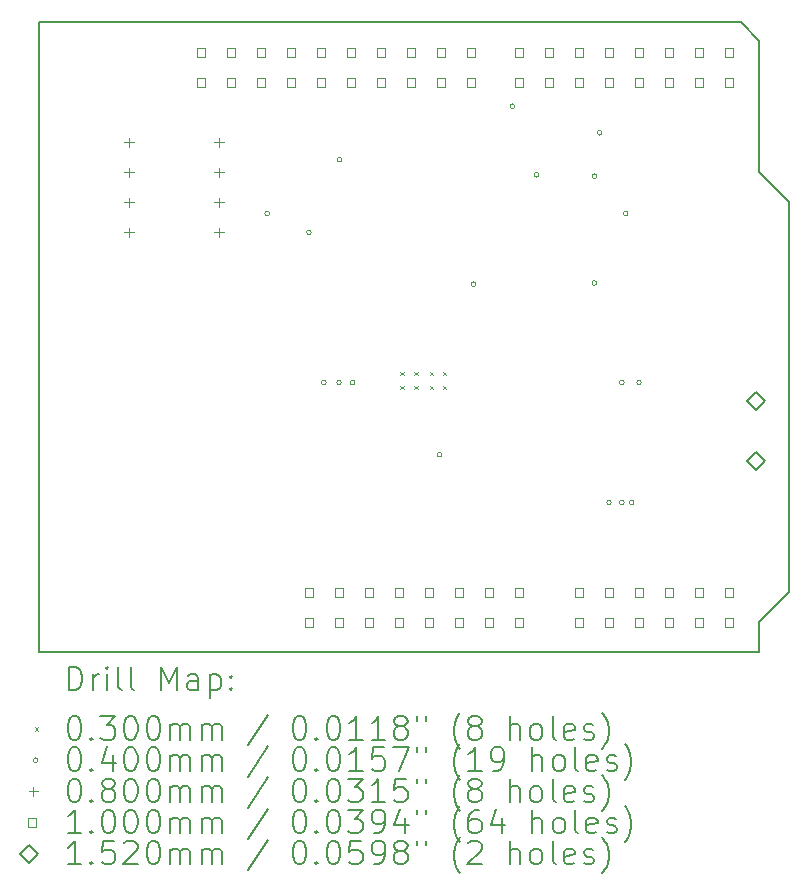
<source format=gbr>
%TF.GenerationSoftware,KiCad,Pcbnew,7.99.0-3924-g53fd1aaf5e*%
%TF.CreationDate,2023-12-12T19:58:42+01:00*%
%TF.ProjectId,xDuinoRailShield,78447569-6e6f-4526-9169-6c536869656c,rev?*%
%TF.SameCoordinates,Original*%
%TF.FileFunction,Drillmap*%
%TF.FilePolarity,Positive*%
%FSLAX45Y45*%
G04 Gerber Fmt 4.5, Leading zero omitted, Abs format (unit mm)*
G04 Created by KiCad (PCBNEW 7.99.0-3924-g53fd1aaf5e) date 2023-12-12 19:58:42*
%MOMM*%
%LPD*%
G01*
G04 APERTURE LIST*
%ADD10C,0.150000*%
%ADD11C,0.200000*%
%ADD12C,0.100000*%
%ADD13C,0.152000*%
G04 APERTURE END LIST*
D10*
X16350324Y-4311703D02*
X16196181Y-4157560D01*
X16604000Y-8984000D02*
X16604000Y-5682000D01*
X16196181Y-4157560D02*
X10254000Y-4158000D01*
X16350000Y-9238000D02*
X16604000Y-8984000D01*
X16350000Y-5428000D02*
X16350324Y-4311703D01*
X10254000Y-4158000D02*
X10254000Y-9492000D01*
X16350000Y-9492000D02*
X16350000Y-9238000D01*
X16604000Y-5682000D02*
X16350000Y-5428000D01*
X10254000Y-9492000D02*
X16350000Y-9492000D01*
D11*
D12*
X13313000Y-7115000D02*
X13343000Y-7145000D01*
X13343000Y-7115000D02*
X13313000Y-7145000D01*
X13313000Y-7235000D02*
X13343000Y-7265000D01*
X13343000Y-7235000D02*
X13313000Y-7265000D01*
X13433000Y-7115000D02*
X13463000Y-7145000D01*
X13463000Y-7115000D02*
X13433000Y-7145000D01*
X13433000Y-7235000D02*
X13463000Y-7265000D01*
X13463000Y-7235000D02*
X13433000Y-7265000D01*
X13563000Y-7115000D02*
X13593000Y-7145000D01*
X13593000Y-7115000D02*
X13563000Y-7145000D01*
X13563000Y-7235000D02*
X13593000Y-7265000D01*
X13593000Y-7235000D02*
X13563000Y-7265000D01*
X13673000Y-7115000D02*
X13703000Y-7145000D01*
X13703000Y-7115000D02*
X13673000Y-7145000D01*
X13673000Y-7235000D02*
X13703000Y-7265000D01*
X13703000Y-7235000D02*
X13673000Y-7265000D01*
X12207000Y-5775970D02*
G75*
G02*
X12167000Y-5775970I-20000J0D01*
G01*
X12167000Y-5775970D02*
G75*
G02*
X12207000Y-5775970I20000J0D01*
G01*
X12559633Y-5935354D02*
G75*
G02*
X12519633Y-5935354I-20000J0D01*
G01*
X12519633Y-5935354D02*
G75*
G02*
X12559633Y-5935354I20000J0D01*
G01*
X12684900Y-7204680D02*
G75*
G02*
X12644900Y-7204680I-20000J0D01*
G01*
X12644900Y-7204680D02*
G75*
G02*
X12684900Y-7204680I20000J0D01*
G01*
X12814000Y-7206000D02*
G75*
G02*
X12774000Y-7206000I-20000J0D01*
G01*
X12774000Y-7206000D02*
G75*
G02*
X12814000Y-7206000I20000J0D01*
G01*
X12817900Y-5319210D02*
G75*
G02*
X12777900Y-5319210I-20000J0D01*
G01*
X12777900Y-5319210D02*
G75*
G02*
X12817900Y-5319210I20000J0D01*
G01*
X12928600Y-7206670D02*
G75*
G02*
X12888600Y-7206670I-20000J0D01*
G01*
X12888600Y-7206670D02*
G75*
G02*
X12928600Y-7206670I20000J0D01*
G01*
X13665000Y-7816790D02*
G75*
G02*
X13625000Y-7816790I-20000J0D01*
G01*
X13625000Y-7816790D02*
G75*
G02*
X13665000Y-7816790I20000J0D01*
G01*
X13952600Y-6374970D02*
G75*
G02*
X13912600Y-6374970I-20000J0D01*
G01*
X13912600Y-6374970D02*
G75*
G02*
X13952600Y-6374970I20000J0D01*
G01*
X14281500Y-4867560D02*
G75*
G02*
X14241500Y-4867560I-20000J0D01*
G01*
X14241500Y-4867560D02*
G75*
G02*
X14281500Y-4867560I20000J0D01*
G01*
X14486600Y-5448280D02*
G75*
G02*
X14446600Y-5448280I-20000J0D01*
G01*
X14446600Y-5448280D02*
G75*
G02*
X14486600Y-5448280I20000J0D01*
G01*
X14976000Y-6363540D02*
G75*
G02*
X14936000Y-6363540I-20000J0D01*
G01*
X14936000Y-6363540D02*
G75*
G02*
X14976000Y-6363540I20000J0D01*
G01*
X14977000Y-5458570D02*
G75*
G02*
X14937000Y-5458570I-20000J0D01*
G01*
X14937000Y-5458570D02*
G75*
G02*
X14977000Y-5458570I20000J0D01*
G01*
X15021500Y-5092320D02*
G75*
G02*
X14981500Y-5092320I-20000J0D01*
G01*
X14981500Y-5092320D02*
G75*
G02*
X15021500Y-5092320I20000J0D01*
G01*
X15100000Y-8222000D02*
G75*
G02*
X15060000Y-8222000I-20000J0D01*
G01*
X15060000Y-8222000D02*
G75*
G02*
X15100000Y-8222000I20000J0D01*
G01*
X15208000Y-7206000D02*
G75*
G02*
X15168000Y-7206000I-20000J0D01*
G01*
X15168000Y-7206000D02*
G75*
G02*
X15208000Y-7206000I20000J0D01*
G01*
X15208000Y-8222000D02*
G75*
G02*
X15168000Y-8222000I-20000J0D01*
G01*
X15168000Y-8222000D02*
G75*
G02*
X15208000Y-8222000I20000J0D01*
G01*
X15240300Y-5775970D02*
G75*
G02*
X15200300Y-5775970I-20000J0D01*
G01*
X15200300Y-5775970D02*
G75*
G02*
X15240300Y-5775970I20000J0D01*
G01*
X15291700Y-8222000D02*
G75*
G02*
X15251700Y-8222000I-20000J0D01*
G01*
X15251700Y-8222000D02*
G75*
G02*
X15291700Y-8222000I20000J0D01*
G01*
X15354000Y-7206000D02*
G75*
G02*
X15314000Y-7206000I-20000J0D01*
G01*
X15314000Y-7206000D02*
G75*
G02*
X15354000Y-7206000I20000J0D01*
G01*
X11016000Y-5134000D02*
X11016000Y-5214000D01*
X10976000Y-5174000D02*
X11056000Y-5174000D01*
X11016000Y-5388000D02*
X11016000Y-5468000D01*
X10976000Y-5428000D02*
X11056000Y-5428000D01*
X11016000Y-5642000D02*
X11016000Y-5722000D01*
X10976000Y-5682000D02*
X11056000Y-5682000D01*
X11016000Y-5896000D02*
X11016000Y-5976000D01*
X10976000Y-5936000D02*
X11056000Y-5936000D01*
X11778000Y-5134000D02*
X11778000Y-5214000D01*
X11738000Y-5174000D02*
X11818000Y-5174000D01*
X11778000Y-5388000D02*
X11778000Y-5468000D01*
X11738000Y-5428000D02*
X11818000Y-5428000D01*
X11778000Y-5642000D02*
X11778000Y-5722000D01*
X11738000Y-5682000D02*
X11818000Y-5682000D01*
X11778000Y-5896000D02*
X11778000Y-5976000D01*
X11738000Y-5936000D02*
X11818000Y-5936000D01*
X11661356Y-4447356D02*
X11661356Y-4376644D01*
X11590644Y-4376644D01*
X11590644Y-4447356D01*
X11661356Y-4447356D01*
X11661356Y-4701356D02*
X11661356Y-4630644D01*
X11590644Y-4630644D01*
X11590644Y-4701356D01*
X11661356Y-4701356D01*
X11915356Y-4447356D02*
X11915356Y-4376644D01*
X11844644Y-4376644D01*
X11844644Y-4447356D01*
X11915356Y-4447356D01*
X11915356Y-4701356D02*
X11915356Y-4630644D01*
X11844644Y-4630644D01*
X11844644Y-4701356D01*
X11915356Y-4701356D01*
X12169356Y-4447356D02*
X12169356Y-4376644D01*
X12098644Y-4376644D01*
X12098644Y-4447356D01*
X12169356Y-4447356D01*
X12169356Y-4701356D02*
X12169356Y-4630644D01*
X12098644Y-4630644D01*
X12098644Y-4701356D01*
X12169356Y-4701356D01*
X12423356Y-4447356D02*
X12423356Y-4376644D01*
X12352644Y-4376644D01*
X12352644Y-4447356D01*
X12423356Y-4447356D01*
X12423356Y-4701356D02*
X12423356Y-4630644D01*
X12352644Y-4630644D01*
X12352644Y-4701356D01*
X12423356Y-4701356D01*
X12575356Y-9019356D02*
X12575356Y-8948644D01*
X12504644Y-8948644D01*
X12504644Y-9019356D01*
X12575356Y-9019356D01*
X12575356Y-9273356D02*
X12575356Y-9202644D01*
X12504644Y-9202644D01*
X12504644Y-9273356D01*
X12575356Y-9273356D01*
X12677356Y-4447356D02*
X12677356Y-4376644D01*
X12606644Y-4376644D01*
X12606644Y-4447356D01*
X12677356Y-4447356D01*
X12677356Y-4701356D02*
X12677356Y-4630644D01*
X12606644Y-4630644D01*
X12606644Y-4701356D01*
X12677356Y-4701356D01*
X12829356Y-9019356D02*
X12829356Y-8948644D01*
X12758644Y-8948644D01*
X12758644Y-9019356D01*
X12829356Y-9019356D01*
X12829356Y-9273356D02*
X12829356Y-9202644D01*
X12758644Y-9202644D01*
X12758644Y-9273356D01*
X12829356Y-9273356D01*
X12931356Y-4447356D02*
X12931356Y-4376644D01*
X12860644Y-4376644D01*
X12860644Y-4447356D01*
X12931356Y-4447356D01*
X12931356Y-4701356D02*
X12931356Y-4630644D01*
X12860644Y-4630644D01*
X12860644Y-4701356D01*
X12931356Y-4701356D01*
X13083356Y-9019356D02*
X13083356Y-8948644D01*
X13012644Y-8948644D01*
X13012644Y-9019356D01*
X13083356Y-9019356D01*
X13083356Y-9273356D02*
X13083356Y-9202644D01*
X13012644Y-9202644D01*
X13012644Y-9273356D01*
X13083356Y-9273356D01*
X13185356Y-4447356D02*
X13185356Y-4376644D01*
X13114644Y-4376644D01*
X13114644Y-4447356D01*
X13185356Y-4447356D01*
X13185356Y-4701356D02*
X13185356Y-4630644D01*
X13114644Y-4630644D01*
X13114644Y-4701356D01*
X13185356Y-4701356D01*
X13337356Y-9019356D02*
X13337356Y-8948644D01*
X13266644Y-8948644D01*
X13266644Y-9019356D01*
X13337356Y-9019356D01*
X13337356Y-9273356D02*
X13337356Y-9202644D01*
X13266644Y-9202644D01*
X13266644Y-9273356D01*
X13337356Y-9273356D01*
X13439356Y-4447356D02*
X13439356Y-4376644D01*
X13368644Y-4376644D01*
X13368644Y-4447356D01*
X13439356Y-4447356D01*
X13439356Y-4701356D02*
X13439356Y-4630644D01*
X13368644Y-4630644D01*
X13368644Y-4701356D01*
X13439356Y-4701356D01*
X13591356Y-9019356D02*
X13591356Y-8948644D01*
X13520644Y-8948644D01*
X13520644Y-9019356D01*
X13591356Y-9019356D01*
X13591356Y-9273356D02*
X13591356Y-9202644D01*
X13520644Y-9202644D01*
X13520644Y-9273356D01*
X13591356Y-9273356D01*
X13693356Y-4447356D02*
X13693356Y-4376644D01*
X13622644Y-4376644D01*
X13622644Y-4447356D01*
X13693356Y-4447356D01*
X13693356Y-4701356D02*
X13693356Y-4630644D01*
X13622644Y-4630644D01*
X13622644Y-4701356D01*
X13693356Y-4701356D01*
X13845356Y-9019356D02*
X13845356Y-8948644D01*
X13774644Y-8948644D01*
X13774644Y-9019356D01*
X13845356Y-9019356D01*
X13845356Y-9273356D02*
X13845356Y-9202644D01*
X13774644Y-9202644D01*
X13774644Y-9273356D01*
X13845356Y-9273356D01*
X13947356Y-4447356D02*
X13947356Y-4376644D01*
X13876644Y-4376644D01*
X13876644Y-4447356D01*
X13947356Y-4447356D01*
X13947356Y-4701356D02*
X13947356Y-4630644D01*
X13876644Y-4630644D01*
X13876644Y-4701356D01*
X13947356Y-4701356D01*
X14099356Y-9019356D02*
X14099356Y-8948644D01*
X14028644Y-8948644D01*
X14028644Y-9019356D01*
X14099356Y-9019356D01*
X14099356Y-9273356D02*
X14099356Y-9202644D01*
X14028644Y-9202644D01*
X14028644Y-9273356D01*
X14099356Y-9273356D01*
X14353356Y-4447356D02*
X14353356Y-4376644D01*
X14282644Y-4376644D01*
X14282644Y-4447356D01*
X14353356Y-4447356D01*
X14353356Y-4701356D02*
X14353356Y-4630644D01*
X14282644Y-4630644D01*
X14282644Y-4701356D01*
X14353356Y-4701356D01*
X14353356Y-9019356D02*
X14353356Y-8948644D01*
X14282644Y-8948644D01*
X14282644Y-9019356D01*
X14353356Y-9019356D01*
X14353356Y-9273356D02*
X14353356Y-9202644D01*
X14282644Y-9202644D01*
X14282644Y-9273356D01*
X14353356Y-9273356D01*
X14607356Y-4447356D02*
X14607356Y-4376644D01*
X14536644Y-4376644D01*
X14536644Y-4447356D01*
X14607356Y-4447356D01*
X14607356Y-4701356D02*
X14607356Y-4630644D01*
X14536644Y-4630644D01*
X14536644Y-4701356D01*
X14607356Y-4701356D01*
X14861356Y-4447356D02*
X14861356Y-4376644D01*
X14790644Y-4376644D01*
X14790644Y-4447356D01*
X14861356Y-4447356D01*
X14861356Y-4701356D02*
X14861356Y-4630644D01*
X14790644Y-4630644D01*
X14790644Y-4701356D01*
X14861356Y-4701356D01*
X14861356Y-9019356D02*
X14861356Y-8948644D01*
X14790644Y-8948644D01*
X14790644Y-9019356D01*
X14861356Y-9019356D01*
X14861356Y-9273356D02*
X14861356Y-9202644D01*
X14790644Y-9202644D01*
X14790644Y-9273356D01*
X14861356Y-9273356D01*
X15115356Y-4447356D02*
X15115356Y-4376644D01*
X15044644Y-4376644D01*
X15044644Y-4447356D01*
X15115356Y-4447356D01*
X15115356Y-4701356D02*
X15115356Y-4630644D01*
X15044644Y-4630644D01*
X15044644Y-4701356D01*
X15115356Y-4701356D01*
X15115356Y-9019356D02*
X15115356Y-8948644D01*
X15044644Y-8948644D01*
X15044644Y-9019356D01*
X15115356Y-9019356D01*
X15115356Y-9273356D02*
X15115356Y-9202644D01*
X15044644Y-9202644D01*
X15044644Y-9273356D01*
X15115356Y-9273356D01*
X15369356Y-4447356D02*
X15369356Y-4376644D01*
X15298644Y-4376644D01*
X15298644Y-4447356D01*
X15369356Y-4447356D01*
X15369356Y-4701356D02*
X15369356Y-4630644D01*
X15298644Y-4630644D01*
X15298644Y-4701356D01*
X15369356Y-4701356D01*
X15369356Y-9019356D02*
X15369356Y-8948644D01*
X15298644Y-8948644D01*
X15298644Y-9019356D01*
X15369356Y-9019356D01*
X15369356Y-9273356D02*
X15369356Y-9202644D01*
X15298644Y-9202644D01*
X15298644Y-9273356D01*
X15369356Y-9273356D01*
X15623356Y-4447356D02*
X15623356Y-4376644D01*
X15552644Y-4376644D01*
X15552644Y-4447356D01*
X15623356Y-4447356D01*
X15623356Y-4701356D02*
X15623356Y-4630644D01*
X15552644Y-4630644D01*
X15552644Y-4701356D01*
X15623356Y-4701356D01*
X15623356Y-9019356D02*
X15623356Y-8948644D01*
X15552644Y-8948644D01*
X15552644Y-9019356D01*
X15623356Y-9019356D01*
X15623356Y-9273356D02*
X15623356Y-9202644D01*
X15552644Y-9202644D01*
X15552644Y-9273356D01*
X15623356Y-9273356D01*
X15877356Y-4447356D02*
X15877356Y-4376644D01*
X15806644Y-4376644D01*
X15806644Y-4447356D01*
X15877356Y-4447356D01*
X15877356Y-4701356D02*
X15877356Y-4630644D01*
X15806644Y-4630644D01*
X15806644Y-4701356D01*
X15877356Y-4701356D01*
X15877356Y-9019356D02*
X15877356Y-8948644D01*
X15806644Y-8948644D01*
X15806644Y-9019356D01*
X15877356Y-9019356D01*
X15877356Y-9273356D02*
X15877356Y-9202644D01*
X15806644Y-9202644D01*
X15806644Y-9273356D01*
X15877356Y-9273356D01*
X16131356Y-4447356D02*
X16131356Y-4376644D01*
X16060644Y-4376644D01*
X16060644Y-4447356D01*
X16131356Y-4447356D01*
X16131356Y-4701356D02*
X16131356Y-4630644D01*
X16060644Y-4630644D01*
X16060644Y-4701356D01*
X16131356Y-4701356D01*
X16131356Y-9019356D02*
X16131356Y-8948644D01*
X16060644Y-8948644D01*
X16060644Y-9019356D01*
X16131356Y-9019356D01*
X16131356Y-9273356D02*
X16131356Y-9202644D01*
X16060644Y-9202644D01*
X16060644Y-9273356D01*
X16131356Y-9273356D01*
D13*
X16324080Y-7440000D02*
X16400080Y-7364000D01*
X16324080Y-7288000D01*
X16248080Y-7364000D01*
X16324080Y-7440000D01*
X16324080Y-7948000D02*
X16400080Y-7872000D01*
X16324080Y-7796000D01*
X16248080Y-7872000D01*
X16324080Y-7948000D01*
D11*
X10507277Y-9810984D02*
X10507277Y-9610984D01*
X10507277Y-9610984D02*
X10554896Y-9610984D01*
X10554896Y-9610984D02*
X10583467Y-9620508D01*
X10583467Y-9620508D02*
X10602515Y-9639555D01*
X10602515Y-9639555D02*
X10612039Y-9658603D01*
X10612039Y-9658603D02*
X10621563Y-9696698D01*
X10621563Y-9696698D02*
X10621563Y-9725270D01*
X10621563Y-9725270D02*
X10612039Y-9763365D01*
X10612039Y-9763365D02*
X10602515Y-9782412D01*
X10602515Y-9782412D02*
X10583467Y-9801460D01*
X10583467Y-9801460D02*
X10554896Y-9810984D01*
X10554896Y-9810984D02*
X10507277Y-9810984D01*
X10707277Y-9810984D02*
X10707277Y-9677650D01*
X10707277Y-9715746D02*
X10716801Y-9696698D01*
X10716801Y-9696698D02*
X10726324Y-9687174D01*
X10726324Y-9687174D02*
X10745372Y-9677650D01*
X10745372Y-9677650D02*
X10764420Y-9677650D01*
X10831086Y-9810984D02*
X10831086Y-9677650D01*
X10831086Y-9610984D02*
X10821563Y-9620508D01*
X10821563Y-9620508D02*
X10831086Y-9630031D01*
X10831086Y-9630031D02*
X10840610Y-9620508D01*
X10840610Y-9620508D02*
X10831086Y-9610984D01*
X10831086Y-9610984D02*
X10831086Y-9630031D01*
X10954896Y-9810984D02*
X10935848Y-9801460D01*
X10935848Y-9801460D02*
X10926324Y-9782412D01*
X10926324Y-9782412D02*
X10926324Y-9610984D01*
X11059658Y-9810984D02*
X11040610Y-9801460D01*
X11040610Y-9801460D02*
X11031086Y-9782412D01*
X11031086Y-9782412D02*
X11031086Y-9610984D01*
X11288229Y-9810984D02*
X11288229Y-9610984D01*
X11288229Y-9610984D02*
X11354896Y-9753841D01*
X11354896Y-9753841D02*
X11421562Y-9610984D01*
X11421562Y-9610984D02*
X11421562Y-9810984D01*
X11602515Y-9810984D02*
X11602515Y-9706222D01*
X11602515Y-9706222D02*
X11592991Y-9687174D01*
X11592991Y-9687174D02*
X11573943Y-9677650D01*
X11573943Y-9677650D02*
X11535848Y-9677650D01*
X11535848Y-9677650D02*
X11516801Y-9687174D01*
X11602515Y-9801460D02*
X11583467Y-9810984D01*
X11583467Y-9810984D02*
X11535848Y-9810984D01*
X11535848Y-9810984D02*
X11516801Y-9801460D01*
X11516801Y-9801460D02*
X11507277Y-9782412D01*
X11507277Y-9782412D02*
X11507277Y-9763365D01*
X11507277Y-9763365D02*
X11516801Y-9744317D01*
X11516801Y-9744317D02*
X11535848Y-9734793D01*
X11535848Y-9734793D02*
X11583467Y-9734793D01*
X11583467Y-9734793D02*
X11602515Y-9725270D01*
X11697753Y-9677650D02*
X11697753Y-9877650D01*
X11697753Y-9687174D02*
X11716801Y-9677650D01*
X11716801Y-9677650D02*
X11754896Y-9677650D01*
X11754896Y-9677650D02*
X11773943Y-9687174D01*
X11773943Y-9687174D02*
X11783467Y-9696698D01*
X11783467Y-9696698D02*
X11792991Y-9715746D01*
X11792991Y-9715746D02*
X11792991Y-9772889D01*
X11792991Y-9772889D02*
X11783467Y-9791936D01*
X11783467Y-9791936D02*
X11773943Y-9801460D01*
X11773943Y-9801460D02*
X11754896Y-9810984D01*
X11754896Y-9810984D02*
X11716801Y-9810984D01*
X11716801Y-9810984D02*
X11697753Y-9801460D01*
X11878705Y-9791936D02*
X11888229Y-9801460D01*
X11888229Y-9801460D02*
X11878705Y-9810984D01*
X11878705Y-9810984D02*
X11869182Y-9801460D01*
X11869182Y-9801460D02*
X11878705Y-9791936D01*
X11878705Y-9791936D02*
X11878705Y-9810984D01*
X11878705Y-9687174D02*
X11888229Y-9696698D01*
X11888229Y-9696698D02*
X11878705Y-9706222D01*
X11878705Y-9706222D02*
X11869182Y-9696698D01*
X11869182Y-9696698D02*
X11878705Y-9687174D01*
X11878705Y-9687174D02*
X11878705Y-9706222D01*
D12*
X10216500Y-10124500D02*
X10246500Y-10154500D01*
X10246500Y-10124500D02*
X10216500Y-10154500D01*
D11*
X10545372Y-10030984D02*
X10564420Y-10030984D01*
X10564420Y-10030984D02*
X10583467Y-10040508D01*
X10583467Y-10040508D02*
X10592991Y-10050031D01*
X10592991Y-10050031D02*
X10602515Y-10069079D01*
X10602515Y-10069079D02*
X10612039Y-10107174D01*
X10612039Y-10107174D02*
X10612039Y-10154793D01*
X10612039Y-10154793D02*
X10602515Y-10192889D01*
X10602515Y-10192889D02*
X10592991Y-10211936D01*
X10592991Y-10211936D02*
X10583467Y-10221460D01*
X10583467Y-10221460D02*
X10564420Y-10230984D01*
X10564420Y-10230984D02*
X10545372Y-10230984D01*
X10545372Y-10230984D02*
X10526324Y-10221460D01*
X10526324Y-10221460D02*
X10516801Y-10211936D01*
X10516801Y-10211936D02*
X10507277Y-10192889D01*
X10507277Y-10192889D02*
X10497753Y-10154793D01*
X10497753Y-10154793D02*
X10497753Y-10107174D01*
X10497753Y-10107174D02*
X10507277Y-10069079D01*
X10507277Y-10069079D02*
X10516801Y-10050031D01*
X10516801Y-10050031D02*
X10526324Y-10040508D01*
X10526324Y-10040508D02*
X10545372Y-10030984D01*
X10697753Y-10211936D02*
X10707277Y-10221460D01*
X10707277Y-10221460D02*
X10697753Y-10230984D01*
X10697753Y-10230984D02*
X10688229Y-10221460D01*
X10688229Y-10221460D02*
X10697753Y-10211936D01*
X10697753Y-10211936D02*
X10697753Y-10230984D01*
X10773944Y-10030984D02*
X10897753Y-10030984D01*
X10897753Y-10030984D02*
X10831086Y-10107174D01*
X10831086Y-10107174D02*
X10859658Y-10107174D01*
X10859658Y-10107174D02*
X10878705Y-10116698D01*
X10878705Y-10116698D02*
X10888229Y-10126222D01*
X10888229Y-10126222D02*
X10897753Y-10145270D01*
X10897753Y-10145270D02*
X10897753Y-10192889D01*
X10897753Y-10192889D02*
X10888229Y-10211936D01*
X10888229Y-10211936D02*
X10878705Y-10221460D01*
X10878705Y-10221460D02*
X10859658Y-10230984D01*
X10859658Y-10230984D02*
X10802515Y-10230984D01*
X10802515Y-10230984D02*
X10783467Y-10221460D01*
X10783467Y-10221460D02*
X10773944Y-10211936D01*
X11021563Y-10030984D02*
X11040610Y-10030984D01*
X11040610Y-10030984D02*
X11059658Y-10040508D01*
X11059658Y-10040508D02*
X11069182Y-10050031D01*
X11069182Y-10050031D02*
X11078705Y-10069079D01*
X11078705Y-10069079D02*
X11088229Y-10107174D01*
X11088229Y-10107174D02*
X11088229Y-10154793D01*
X11088229Y-10154793D02*
X11078705Y-10192889D01*
X11078705Y-10192889D02*
X11069182Y-10211936D01*
X11069182Y-10211936D02*
X11059658Y-10221460D01*
X11059658Y-10221460D02*
X11040610Y-10230984D01*
X11040610Y-10230984D02*
X11021563Y-10230984D01*
X11021563Y-10230984D02*
X11002515Y-10221460D01*
X11002515Y-10221460D02*
X10992991Y-10211936D01*
X10992991Y-10211936D02*
X10983467Y-10192889D01*
X10983467Y-10192889D02*
X10973944Y-10154793D01*
X10973944Y-10154793D02*
X10973944Y-10107174D01*
X10973944Y-10107174D02*
X10983467Y-10069079D01*
X10983467Y-10069079D02*
X10992991Y-10050031D01*
X10992991Y-10050031D02*
X11002515Y-10040508D01*
X11002515Y-10040508D02*
X11021563Y-10030984D01*
X11212039Y-10030984D02*
X11231086Y-10030984D01*
X11231086Y-10030984D02*
X11250134Y-10040508D01*
X11250134Y-10040508D02*
X11259658Y-10050031D01*
X11259658Y-10050031D02*
X11269182Y-10069079D01*
X11269182Y-10069079D02*
X11278705Y-10107174D01*
X11278705Y-10107174D02*
X11278705Y-10154793D01*
X11278705Y-10154793D02*
X11269182Y-10192889D01*
X11269182Y-10192889D02*
X11259658Y-10211936D01*
X11259658Y-10211936D02*
X11250134Y-10221460D01*
X11250134Y-10221460D02*
X11231086Y-10230984D01*
X11231086Y-10230984D02*
X11212039Y-10230984D01*
X11212039Y-10230984D02*
X11192991Y-10221460D01*
X11192991Y-10221460D02*
X11183467Y-10211936D01*
X11183467Y-10211936D02*
X11173944Y-10192889D01*
X11173944Y-10192889D02*
X11164420Y-10154793D01*
X11164420Y-10154793D02*
X11164420Y-10107174D01*
X11164420Y-10107174D02*
X11173944Y-10069079D01*
X11173944Y-10069079D02*
X11183467Y-10050031D01*
X11183467Y-10050031D02*
X11192991Y-10040508D01*
X11192991Y-10040508D02*
X11212039Y-10030984D01*
X11364420Y-10230984D02*
X11364420Y-10097650D01*
X11364420Y-10116698D02*
X11373943Y-10107174D01*
X11373943Y-10107174D02*
X11392991Y-10097650D01*
X11392991Y-10097650D02*
X11421563Y-10097650D01*
X11421563Y-10097650D02*
X11440610Y-10107174D01*
X11440610Y-10107174D02*
X11450134Y-10126222D01*
X11450134Y-10126222D02*
X11450134Y-10230984D01*
X11450134Y-10126222D02*
X11459658Y-10107174D01*
X11459658Y-10107174D02*
X11478705Y-10097650D01*
X11478705Y-10097650D02*
X11507277Y-10097650D01*
X11507277Y-10097650D02*
X11526324Y-10107174D01*
X11526324Y-10107174D02*
X11535848Y-10126222D01*
X11535848Y-10126222D02*
X11535848Y-10230984D01*
X11631086Y-10230984D02*
X11631086Y-10097650D01*
X11631086Y-10116698D02*
X11640610Y-10107174D01*
X11640610Y-10107174D02*
X11659658Y-10097650D01*
X11659658Y-10097650D02*
X11688229Y-10097650D01*
X11688229Y-10097650D02*
X11707277Y-10107174D01*
X11707277Y-10107174D02*
X11716801Y-10126222D01*
X11716801Y-10126222D02*
X11716801Y-10230984D01*
X11716801Y-10126222D02*
X11726324Y-10107174D01*
X11726324Y-10107174D02*
X11745372Y-10097650D01*
X11745372Y-10097650D02*
X11773943Y-10097650D01*
X11773943Y-10097650D02*
X11792991Y-10107174D01*
X11792991Y-10107174D02*
X11802515Y-10126222D01*
X11802515Y-10126222D02*
X11802515Y-10230984D01*
X12192991Y-10021460D02*
X12021563Y-10278603D01*
X12450134Y-10030984D02*
X12469182Y-10030984D01*
X12469182Y-10030984D02*
X12488229Y-10040508D01*
X12488229Y-10040508D02*
X12497753Y-10050031D01*
X12497753Y-10050031D02*
X12507277Y-10069079D01*
X12507277Y-10069079D02*
X12516801Y-10107174D01*
X12516801Y-10107174D02*
X12516801Y-10154793D01*
X12516801Y-10154793D02*
X12507277Y-10192889D01*
X12507277Y-10192889D02*
X12497753Y-10211936D01*
X12497753Y-10211936D02*
X12488229Y-10221460D01*
X12488229Y-10221460D02*
X12469182Y-10230984D01*
X12469182Y-10230984D02*
X12450134Y-10230984D01*
X12450134Y-10230984D02*
X12431086Y-10221460D01*
X12431086Y-10221460D02*
X12421563Y-10211936D01*
X12421563Y-10211936D02*
X12412039Y-10192889D01*
X12412039Y-10192889D02*
X12402515Y-10154793D01*
X12402515Y-10154793D02*
X12402515Y-10107174D01*
X12402515Y-10107174D02*
X12412039Y-10069079D01*
X12412039Y-10069079D02*
X12421563Y-10050031D01*
X12421563Y-10050031D02*
X12431086Y-10040508D01*
X12431086Y-10040508D02*
X12450134Y-10030984D01*
X12602515Y-10211936D02*
X12612039Y-10221460D01*
X12612039Y-10221460D02*
X12602515Y-10230984D01*
X12602515Y-10230984D02*
X12592991Y-10221460D01*
X12592991Y-10221460D02*
X12602515Y-10211936D01*
X12602515Y-10211936D02*
X12602515Y-10230984D01*
X12735848Y-10030984D02*
X12754896Y-10030984D01*
X12754896Y-10030984D02*
X12773944Y-10040508D01*
X12773944Y-10040508D02*
X12783467Y-10050031D01*
X12783467Y-10050031D02*
X12792991Y-10069079D01*
X12792991Y-10069079D02*
X12802515Y-10107174D01*
X12802515Y-10107174D02*
X12802515Y-10154793D01*
X12802515Y-10154793D02*
X12792991Y-10192889D01*
X12792991Y-10192889D02*
X12783467Y-10211936D01*
X12783467Y-10211936D02*
X12773944Y-10221460D01*
X12773944Y-10221460D02*
X12754896Y-10230984D01*
X12754896Y-10230984D02*
X12735848Y-10230984D01*
X12735848Y-10230984D02*
X12716801Y-10221460D01*
X12716801Y-10221460D02*
X12707277Y-10211936D01*
X12707277Y-10211936D02*
X12697753Y-10192889D01*
X12697753Y-10192889D02*
X12688229Y-10154793D01*
X12688229Y-10154793D02*
X12688229Y-10107174D01*
X12688229Y-10107174D02*
X12697753Y-10069079D01*
X12697753Y-10069079D02*
X12707277Y-10050031D01*
X12707277Y-10050031D02*
X12716801Y-10040508D01*
X12716801Y-10040508D02*
X12735848Y-10030984D01*
X12992991Y-10230984D02*
X12878706Y-10230984D01*
X12935848Y-10230984D02*
X12935848Y-10030984D01*
X12935848Y-10030984D02*
X12916801Y-10059555D01*
X12916801Y-10059555D02*
X12897753Y-10078603D01*
X12897753Y-10078603D02*
X12878706Y-10088127D01*
X13183467Y-10230984D02*
X13069182Y-10230984D01*
X13126325Y-10230984D02*
X13126325Y-10030984D01*
X13126325Y-10030984D02*
X13107277Y-10059555D01*
X13107277Y-10059555D02*
X13088229Y-10078603D01*
X13088229Y-10078603D02*
X13069182Y-10088127D01*
X13297753Y-10116698D02*
X13278706Y-10107174D01*
X13278706Y-10107174D02*
X13269182Y-10097650D01*
X13269182Y-10097650D02*
X13259658Y-10078603D01*
X13259658Y-10078603D02*
X13259658Y-10069079D01*
X13259658Y-10069079D02*
X13269182Y-10050031D01*
X13269182Y-10050031D02*
X13278706Y-10040508D01*
X13278706Y-10040508D02*
X13297753Y-10030984D01*
X13297753Y-10030984D02*
X13335848Y-10030984D01*
X13335848Y-10030984D02*
X13354896Y-10040508D01*
X13354896Y-10040508D02*
X13364420Y-10050031D01*
X13364420Y-10050031D02*
X13373944Y-10069079D01*
X13373944Y-10069079D02*
X13373944Y-10078603D01*
X13373944Y-10078603D02*
X13364420Y-10097650D01*
X13364420Y-10097650D02*
X13354896Y-10107174D01*
X13354896Y-10107174D02*
X13335848Y-10116698D01*
X13335848Y-10116698D02*
X13297753Y-10116698D01*
X13297753Y-10116698D02*
X13278706Y-10126222D01*
X13278706Y-10126222D02*
X13269182Y-10135746D01*
X13269182Y-10135746D02*
X13259658Y-10154793D01*
X13259658Y-10154793D02*
X13259658Y-10192889D01*
X13259658Y-10192889D02*
X13269182Y-10211936D01*
X13269182Y-10211936D02*
X13278706Y-10221460D01*
X13278706Y-10221460D02*
X13297753Y-10230984D01*
X13297753Y-10230984D02*
X13335848Y-10230984D01*
X13335848Y-10230984D02*
X13354896Y-10221460D01*
X13354896Y-10221460D02*
X13364420Y-10211936D01*
X13364420Y-10211936D02*
X13373944Y-10192889D01*
X13373944Y-10192889D02*
X13373944Y-10154793D01*
X13373944Y-10154793D02*
X13364420Y-10135746D01*
X13364420Y-10135746D02*
X13354896Y-10126222D01*
X13354896Y-10126222D02*
X13335848Y-10116698D01*
X13450134Y-10030984D02*
X13450134Y-10069079D01*
X13526325Y-10030984D02*
X13526325Y-10069079D01*
X13821563Y-10307174D02*
X13812039Y-10297650D01*
X13812039Y-10297650D02*
X13792991Y-10269079D01*
X13792991Y-10269079D02*
X13783468Y-10250031D01*
X13783468Y-10250031D02*
X13773944Y-10221460D01*
X13773944Y-10221460D02*
X13764420Y-10173841D01*
X13764420Y-10173841D02*
X13764420Y-10135746D01*
X13764420Y-10135746D02*
X13773944Y-10088127D01*
X13773944Y-10088127D02*
X13783468Y-10059555D01*
X13783468Y-10059555D02*
X13792991Y-10040508D01*
X13792991Y-10040508D02*
X13812039Y-10011936D01*
X13812039Y-10011936D02*
X13821563Y-10002412D01*
X13926325Y-10116698D02*
X13907277Y-10107174D01*
X13907277Y-10107174D02*
X13897753Y-10097650D01*
X13897753Y-10097650D02*
X13888229Y-10078603D01*
X13888229Y-10078603D02*
X13888229Y-10069079D01*
X13888229Y-10069079D02*
X13897753Y-10050031D01*
X13897753Y-10050031D02*
X13907277Y-10040508D01*
X13907277Y-10040508D02*
X13926325Y-10030984D01*
X13926325Y-10030984D02*
X13964420Y-10030984D01*
X13964420Y-10030984D02*
X13983468Y-10040508D01*
X13983468Y-10040508D02*
X13992991Y-10050031D01*
X13992991Y-10050031D02*
X14002515Y-10069079D01*
X14002515Y-10069079D02*
X14002515Y-10078603D01*
X14002515Y-10078603D02*
X13992991Y-10097650D01*
X13992991Y-10097650D02*
X13983468Y-10107174D01*
X13983468Y-10107174D02*
X13964420Y-10116698D01*
X13964420Y-10116698D02*
X13926325Y-10116698D01*
X13926325Y-10116698D02*
X13907277Y-10126222D01*
X13907277Y-10126222D02*
X13897753Y-10135746D01*
X13897753Y-10135746D02*
X13888229Y-10154793D01*
X13888229Y-10154793D02*
X13888229Y-10192889D01*
X13888229Y-10192889D02*
X13897753Y-10211936D01*
X13897753Y-10211936D02*
X13907277Y-10221460D01*
X13907277Y-10221460D02*
X13926325Y-10230984D01*
X13926325Y-10230984D02*
X13964420Y-10230984D01*
X13964420Y-10230984D02*
X13983468Y-10221460D01*
X13983468Y-10221460D02*
X13992991Y-10211936D01*
X13992991Y-10211936D02*
X14002515Y-10192889D01*
X14002515Y-10192889D02*
X14002515Y-10154793D01*
X14002515Y-10154793D02*
X13992991Y-10135746D01*
X13992991Y-10135746D02*
X13983468Y-10126222D01*
X13983468Y-10126222D02*
X13964420Y-10116698D01*
X14240610Y-10230984D02*
X14240610Y-10030984D01*
X14326325Y-10230984D02*
X14326325Y-10126222D01*
X14326325Y-10126222D02*
X14316801Y-10107174D01*
X14316801Y-10107174D02*
X14297753Y-10097650D01*
X14297753Y-10097650D02*
X14269182Y-10097650D01*
X14269182Y-10097650D02*
X14250134Y-10107174D01*
X14250134Y-10107174D02*
X14240610Y-10116698D01*
X14450134Y-10230984D02*
X14431087Y-10221460D01*
X14431087Y-10221460D02*
X14421563Y-10211936D01*
X14421563Y-10211936D02*
X14412039Y-10192889D01*
X14412039Y-10192889D02*
X14412039Y-10135746D01*
X14412039Y-10135746D02*
X14421563Y-10116698D01*
X14421563Y-10116698D02*
X14431087Y-10107174D01*
X14431087Y-10107174D02*
X14450134Y-10097650D01*
X14450134Y-10097650D02*
X14478706Y-10097650D01*
X14478706Y-10097650D02*
X14497753Y-10107174D01*
X14497753Y-10107174D02*
X14507277Y-10116698D01*
X14507277Y-10116698D02*
X14516801Y-10135746D01*
X14516801Y-10135746D02*
X14516801Y-10192889D01*
X14516801Y-10192889D02*
X14507277Y-10211936D01*
X14507277Y-10211936D02*
X14497753Y-10221460D01*
X14497753Y-10221460D02*
X14478706Y-10230984D01*
X14478706Y-10230984D02*
X14450134Y-10230984D01*
X14631087Y-10230984D02*
X14612039Y-10221460D01*
X14612039Y-10221460D02*
X14602515Y-10202412D01*
X14602515Y-10202412D02*
X14602515Y-10030984D01*
X14783468Y-10221460D02*
X14764420Y-10230984D01*
X14764420Y-10230984D02*
X14726325Y-10230984D01*
X14726325Y-10230984D02*
X14707277Y-10221460D01*
X14707277Y-10221460D02*
X14697753Y-10202412D01*
X14697753Y-10202412D02*
X14697753Y-10126222D01*
X14697753Y-10126222D02*
X14707277Y-10107174D01*
X14707277Y-10107174D02*
X14726325Y-10097650D01*
X14726325Y-10097650D02*
X14764420Y-10097650D01*
X14764420Y-10097650D02*
X14783468Y-10107174D01*
X14783468Y-10107174D02*
X14792991Y-10126222D01*
X14792991Y-10126222D02*
X14792991Y-10145270D01*
X14792991Y-10145270D02*
X14697753Y-10164317D01*
X14869182Y-10221460D02*
X14888230Y-10230984D01*
X14888230Y-10230984D02*
X14926325Y-10230984D01*
X14926325Y-10230984D02*
X14945372Y-10221460D01*
X14945372Y-10221460D02*
X14954896Y-10202412D01*
X14954896Y-10202412D02*
X14954896Y-10192889D01*
X14954896Y-10192889D02*
X14945372Y-10173841D01*
X14945372Y-10173841D02*
X14926325Y-10164317D01*
X14926325Y-10164317D02*
X14897753Y-10164317D01*
X14897753Y-10164317D02*
X14878706Y-10154793D01*
X14878706Y-10154793D02*
X14869182Y-10135746D01*
X14869182Y-10135746D02*
X14869182Y-10126222D01*
X14869182Y-10126222D02*
X14878706Y-10107174D01*
X14878706Y-10107174D02*
X14897753Y-10097650D01*
X14897753Y-10097650D02*
X14926325Y-10097650D01*
X14926325Y-10097650D02*
X14945372Y-10107174D01*
X15021563Y-10307174D02*
X15031087Y-10297650D01*
X15031087Y-10297650D02*
X15050134Y-10269079D01*
X15050134Y-10269079D02*
X15059658Y-10250031D01*
X15059658Y-10250031D02*
X15069182Y-10221460D01*
X15069182Y-10221460D02*
X15078706Y-10173841D01*
X15078706Y-10173841D02*
X15078706Y-10135746D01*
X15078706Y-10135746D02*
X15069182Y-10088127D01*
X15069182Y-10088127D02*
X15059658Y-10059555D01*
X15059658Y-10059555D02*
X15050134Y-10040508D01*
X15050134Y-10040508D02*
X15031087Y-10011936D01*
X15031087Y-10011936D02*
X15021563Y-10002412D01*
D12*
X10246500Y-10403500D02*
G75*
G02*
X10206500Y-10403500I-20000J0D01*
G01*
X10206500Y-10403500D02*
G75*
G02*
X10246500Y-10403500I20000J0D01*
G01*
D11*
X10545372Y-10294984D02*
X10564420Y-10294984D01*
X10564420Y-10294984D02*
X10583467Y-10304508D01*
X10583467Y-10304508D02*
X10592991Y-10314031D01*
X10592991Y-10314031D02*
X10602515Y-10333079D01*
X10602515Y-10333079D02*
X10612039Y-10371174D01*
X10612039Y-10371174D02*
X10612039Y-10418793D01*
X10612039Y-10418793D02*
X10602515Y-10456889D01*
X10602515Y-10456889D02*
X10592991Y-10475936D01*
X10592991Y-10475936D02*
X10583467Y-10485460D01*
X10583467Y-10485460D02*
X10564420Y-10494984D01*
X10564420Y-10494984D02*
X10545372Y-10494984D01*
X10545372Y-10494984D02*
X10526324Y-10485460D01*
X10526324Y-10485460D02*
X10516801Y-10475936D01*
X10516801Y-10475936D02*
X10507277Y-10456889D01*
X10507277Y-10456889D02*
X10497753Y-10418793D01*
X10497753Y-10418793D02*
X10497753Y-10371174D01*
X10497753Y-10371174D02*
X10507277Y-10333079D01*
X10507277Y-10333079D02*
X10516801Y-10314031D01*
X10516801Y-10314031D02*
X10526324Y-10304508D01*
X10526324Y-10304508D02*
X10545372Y-10294984D01*
X10697753Y-10475936D02*
X10707277Y-10485460D01*
X10707277Y-10485460D02*
X10697753Y-10494984D01*
X10697753Y-10494984D02*
X10688229Y-10485460D01*
X10688229Y-10485460D02*
X10697753Y-10475936D01*
X10697753Y-10475936D02*
X10697753Y-10494984D01*
X10878705Y-10361650D02*
X10878705Y-10494984D01*
X10831086Y-10285460D02*
X10783467Y-10428317D01*
X10783467Y-10428317D02*
X10907277Y-10428317D01*
X11021563Y-10294984D02*
X11040610Y-10294984D01*
X11040610Y-10294984D02*
X11059658Y-10304508D01*
X11059658Y-10304508D02*
X11069182Y-10314031D01*
X11069182Y-10314031D02*
X11078705Y-10333079D01*
X11078705Y-10333079D02*
X11088229Y-10371174D01*
X11088229Y-10371174D02*
X11088229Y-10418793D01*
X11088229Y-10418793D02*
X11078705Y-10456889D01*
X11078705Y-10456889D02*
X11069182Y-10475936D01*
X11069182Y-10475936D02*
X11059658Y-10485460D01*
X11059658Y-10485460D02*
X11040610Y-10494984D01*
X11040610Y-10494984D02*
X11021563Y-10494984D01*
X11021563Y-10494984D02*
X11002515Y-10485460D01*
X11002515Y-10485460D02*
X10992991Y-10475936D01*
X10992991Y-10475936D02*
X10983467Y-10456889D01*
X10983467Y-10456889D02*
X10973944Y-10418793D01*
X10973944Y-10418793D02*
X10973944Y-10371174D01*
X10973944Y-10371174D02*
X10983467Y-10333079D01*
X10983467Y-10333079D02*
X10992991Y-10314031D01*
X10992991Y-10314031D02*
X11002515Y-10304508D01*
X11002515Y-10304508D02*
X11021563Y-10294984D01*
X11212039Y-10294984D02*
X11231086Y-10294984D01*
X11231086Y-10294984D02*
X11250134Y-10304508D01*
X11250134Y-10304508D02*
X11259658Y-10314031D01*
X11259658Y-10314031D02*
X11269182Y-10333079D01*
X11269182Y-10333079D02*
X11278705Y-10371174D01*
X11278705Y-10371174D02*
X11278705Y-10418793D01*
X11278705Y-10418793D02*
X11269182Y-10456889D01*
X11269182Y-10456889D02*
X11259658Y-10475936D01*
X11259658Y-10475936D02*
X11250134Y-10485460D01*
X11250134Y-10485460D02*
X11231086Y-10494984D01*
X11231086Y-10494984D02*
X11212039Y-10494984D01*
X11212039Y-10494984D02*
X11192991Y-10485460D01*
X11192991Y-10485460D02*
X11183467Y-10475936D01*
X11183467Y-10475936D02*
X11173944Y-10456889D01*
X11173944Y-10456889D02*
X11164420Y-10418793D01*
X11164420Y-10418793D02*
X11164420Y-10371174D01*
X11164420Y-10371174D02*
X11173944Y-10333079D01*
X11173944Y-10333079D02*
X11183467Y-10314031D01*
X11183467Y-10314031D02*
X11192991Y-10304508D01*
X11192991Y-10304508D02*
X11212039Y-10294984D01*
X11364420Y-10494984D02*
X11364420Y-10361650D01*
X11364420Y-10380698D02*
X11373943Y-10371174D01*
X11373943Y-10371174D02*
X11392991Y-10361650D01*
X11392991Y-10361650D02*
X11421563Y-10361650D01*
X11421563Y-10361650D02*
X11440610Y-10371174D01*
X11440610Y-10371174D02*
X11450134Y-10390222D01*
X11450134Y-10390222D02*
X11450134Y-10494984D01*
X11450134Y-10390222D02*
X11459658Y-10371174D01*
X11459658Y-10371174D02*
X11478705Y-10361650D01*
X11478705Y-10361650D02*
X11507277Y-10361650D01*
X11507277Y-10361650D02*
X11526324Y-10371174D01*
X11526324Y-10371174D02*
X11535848Y-10390222D01*
X11535848Y-10390222D02*
X11535848Y-10494984D01*
X11631086Y-10494984D02*
X11631086Y-10361650D01*
X11631086Y-10380698D02*
X11640610Y-10371174D01*
X11640610Y-10371174D02*
X11659658Y-10361650D01*
X11659658Y-10361650D02*
X11688229Y-10361650D01*
X11688229Y-10361650D02*
X11707277Y-10371174D01*
X11707277Y-10371174D02*
X11716801Y-10390222D01*
X11716801Y-10390222D02*
X11716801Y-10494984D01*
X11716801Y-10390222D02*
X11726324Y-10371174D01*
X11726324Y-10371174D02*
X11745372Y-10361650D01*
X11745372Y-10361650D02*
X11773943Y-10361650D01*
X11773943Y-10361650D02*
X11792991Y-10371174D01*
X11792991Y-10371174D02*
X11802515Y-10390222D01*
X11802515Y-10390222D02*
X11802515Y-10494984D01*
X12192991Y-10285460D02*
X12021563Y-10542603D01*
X12450134Y-10294984D02*
X12469182Y-10294984D01*
X12469182Y-10294984D02*
X12488229Y-10304508D01*
X12488229Y-10304508D02*
X12497753Y-10314031D01*
X12497753Y-10314031D02*
X12507277Y-10333079D01*
X12507277Y-10333079D02*
X12516801Y-10371174D01*
X12516801Y-10371174D02*
X12516801Y-10418793D01*
X12516801Y-10418793D02*
X12507277Y-10456889D01*
X12507277Y-10456889D02*
X12497753Y-10475936D01*
X12497753Y-10475936D02*
X12488229Y-10485460D01*
X12488229Y-10485460D02*
X12469182Y-10494984D01*
X12469182Y-10494984D02*
X12450134Y-10494984D01*
X12450134Y-10494984D02*
X12431086Y-10485460D01*
X12431086Y-10485460D02*
X12421563Y-10475936D01*
X12421563Y-10475936D02*
X12412039Y-10456889D01*
X12412039Y-10456889D02*
X12402515Y-10418793D01*
X12402515Y-10418793D02*
X12402515Y-10371174D01*
X12402515Y-10371174D02*
X12412039Y-10333079D01*
X12412039Y-10333079D02*
X12421563Y-10314031D01*
X12421563Y-10314031D02*
X12431086Y-10304508D01*
X12431086Y-10304508D02*
X12450134Y-10294984D01*
X12602515Y-10475936D02*
X12612039Y-10485460D01*
X12612039Y-10485460D02*
X12602515Y-10494984D01*
X12602515Y-10494984D02*
X12592991Y-10485460D01*
X12592991Y-10485460D02*
X12602515Y-10475936D01*
X12602515Y-10475936D02*
X12602515Y-10494984D01*
X12735848Y-10294984D02*
X12754896Y-10294984D01*
X12754896Y-10294984D02*
X12773944Y-10304508D01*
X12773944Y-10304508D02*
X12783467Y-10314031D01*
X12783467Y-10314031D02*
X12792991Y-10333079D01*
X12792991Y-10333079D02*
X12802515Y-10371174D01*
X12802515Y-10371174D02*
X12802515Y-10418793D01*
X12802515Y-10418793D02*
X12792991Y-10456889D01*
X12792991Y-10456889D02*
X12783467Y-10475936D01*
X12783467Y-10475936D02*
X12773944Y-10485460D01*
X12773944Y-10485460D02*
X12754896Y-10494984D01*
X12754896Y-10494984D02*
X12735848Y-10494984D01*
X12735848Y-10494984D02*
X12716801Y-10485460D01*
X12716801Y-10485460D02*
X12707277Y-10475936D01*
X12707277Y-10475936D02*
X12697753Y-10456889D01*
X12697753Y-10456889D02*
X12688229Y-10418793D01*
X12688229Y-10418793D02*
X12688229Y-10371174D01*
X12688229Y-10371174D02*
X12697753Y-10333079D01*
X12697753Y-10333079D02*
X12707277Y-10314031D01*
X12707277Y-10314031D02*
X12716801Y-10304508D01*
X12716801Y-10304508D02*
X12735848Y-10294984D01*
X12992991Y-10494984D02*
X12878706Y-10494984D01*
X12935848Y-10494984D02*
X12935848Y-10294984D01*
X12935848Y-10294984D02*
X12916801Y-10323555D01*
X12916801Y-10323555D02*
X12897753Y-10342603D01*
X12897753Y-10342603D02*
X12878706Y-10352127D01*
X13173944Y-10294984D02*
X13078706Y-10294984D01*
X13078706Y-10294984D02*
X13069182Y-10390222D01*
X13069182Y-10390222D02*
X13078706Y-10380698D01*
X13078706Y-10380698D02*
X13097753Y-10371174D01*
X13097753Y-10371174D02*
X13145372Y-10371174D01*
X13145372Y-10371174D02*
X13164420Y-10380698D01*
X13164420Y-10380698D02*
X13173944Y-10390222D01*
X13173944Y-10390222D02*
X13183467Y-10409270D01*
X13183467Y-10409270D02*
X13183467Y-10456889D01*
X13183467Y-10456889D02*
X13173944Y-10475936D01*
X13173944Y-10475936D02*
X13164420Y-10485460D01*
X13164420Y-10485460D02*
X13145372Y-10494984D01*
X13145372Y-10494984D02*
X13097753Y-10494984D01*
X13097753Y-10494984D02*
X13078706Y-10485460D01*
X13078706Y-10485460D02*
X13069182Y-10475936D01*
X13250134Y-10294984D02*
X13383467Y-10294984D01*
X13383467Y-10294984D02*
X13297753Y-10494984D01*
X13450134Y-10294984D02*
X13450134Y-10333079D01*
X13526325Y-10294984D02*
X13526325Y-10333079D01*
X13821563Y-10571174D02*
X13812039Y-10561650D01*
X13812039Y-10561650D02*
X13792991Y-10533079D01*
X13792991Y-10533079D02*
X13783468Y-10514031D01*
X13783468Y-10514031D02*
X13773944Y-10485460D01*
X13773944Y-10485460D02*
X13764420Y-10437841D01*
X13764420Y-10437841D02*
X13764420Y-10399746D01*
X13764420Y-10399746D02*
X13773944Y-10352127D01*
X13773944Y-10352127D02*
X13783468Y-10323555D01*
X13783468Y-10323555D02*
X13792991Y-10304508D01*
X13792991Y-10304508D02*
X13812039Y-10275936D01*
X13812039Y-10275936D02*
X13821563Y-10266412D01*
X14002515Y-10494984D02*
X13888229Y-10494984D01*
X13945372Y-10494984D02*
X13945372Y-10294984D01*
X13945372Y-10294984D02*
X13926325Y-10323555D01*
X13926325Y-10323555D02*
X13907277Y-10342603D01*
X13907277Y-10342603D02*
X13888229Y-10352127D01*
X14097753Y-10494984D02*
X14135848Y-10494984D01*
X14135848Y-10494984D02*
X14154896Y-10485460D01*
X14154896Y-10485460D02*
X14164420Y-10475936D01*
X14164420Y-10475936D02*
X14183468Y-10447365D01*
X14183468Y-10447365D02*
X14192991Y-10409270D01*
X14192991Y-10409270D02*
X14192991Y-10333079D01*
X14192991Y-10333079D02*
X14183468Y-10314031D01*
X14183468Y-10314031D02*
X14173944Y-10304508D01*
X14173944Y-10304508D02*
X14154896Y-10294984D01*
X14154896Y-10294984D02*
X14116801Y-10294984D01*
X14116801Y-10294984D02*
X14097753Y-10304508D01*
X14097753Y-10304508D02*
X14088229Y-10314031D01*
X14088229Y-10314031D02*
X14078706Y-10333079D01*
X14078706Y-10333079D02*
X14078706Y-10380698D01*
X14078706Y-10380698D02*
X14088229Y-10399746D01*
X14088229Y-10399746D02*
X14097753Y-10409270D01*
X14097753Y-10409270D02*
X14116801Y-10418793D01*
X14116801Y-10418793D02*
X14154896Y-10418793D01*
X14154896Y-10418793D02*
X14173944Y-10409270D01*
X14173944Y-10409270D02*
X14183468Y-10399746D01*
X14183468Y-10399746D02*
X14192991Y-10380698D01*
X14431087Y-10494984D02*
X14431087Y-10294984D01*
X14516801Y-10494984D02*
X14516801Y-10390222D01*
X14516801Y-10390222D02*
X14507277Y-10371174D01*
X14507277Y-10371174D02*
X14488230Y-10361650D01*
X14488230Y-10361650D02*
X14459658Y-10361650D01*
X14459658Y-10361650D02*
X14440610Y-10371174D01*
X14440610Y-10371174D02*
X14431087Y-10380698D01*
X14640610Y-10494984D02*
X14621563Y-10485460D01*
X14621563Y-10485460D02*
X14612039Y-10475936D01*
X14612039Y-10475936D02*
X14602515Y-10456889D01*
X14602515Y-10456889D02*
X14602515Y-10399746D01*
X14602515Y-10399746D02*
X14612039Y-10380698D01*
X14612039Y-10380698D02*
X14621563Y-10371174D01*
X14621563Y-10371174D02*
X14640610Y-10361650D01*
X14640610Y-10361650D02*
X14669182Y-10361650D01*
X14669182Y-10361650D02*
X14688230Y-10371174D01*
X14688230Y-10371174D02*
X14697753Y-10380698D01*
X14697753Y-10380698D02*
X14707277Y-10399746D01*
X14707277Y-10399746D02*
X14707277Y-10456889D01*
X14707277Y-10456889D02*
X14697753Y-10475936D01*
X14697753Y-10475936D02*
X14688230Y-10485460D01*
X14688230Y-10485460D02*
X14669182Y-10494984D01*
X14669182Y-10494984D02*
X14640610Y-10494984D01*
X14821563Y-10494984D02*
X14802515Y-10485460D01*
X14802515Y-10485460D02*
X14792991Y-10466412D01*
X14792991Y-10466412D02*
X14792991Y-10294984D01*
X14973944Y-10485460D02*
X14954896Y-10494984D01*
X14954896Y-10494984D02*
X14916801Y-10494984D01*
X14916801Y-10494984D02*
X14897753Y-10485460D01*
X14897753Y-10485460D02*
X14888230Y-10466412D01*
X14888230Y-10466412D02*
X14888230Y-10390222D01*
X14888230Y-10390222D02*
X14897753Y-10371174D01*
X14897753Y-10371174D02*
X14916801Y-10361650D01*
X14916801Y-10361650D02*
X14954896Y-10361650D01*
X14954896Y-10361650D02*
X14973944Y-10371174D01*
X14973944Y-10371174D02*
X14983468Y-10390222D01*
X14983468Y-10390222D02*
X14983468Y-10409270D01*
X14983468Y-10409270D02*
X14888230Y-10428317D01*
X15059658Y-10485460D02*
X15078706Y-10494984D01*
X15078706Y-10494984D02*
X15116801Y-10494984D01*
X15116801Y-10494984D02*
X15135849Y-10485460D01*
X15135849Y-10485460D02*
X15145372Y-10466412D01*
X15145372Y-10466412D02*
X15145372Y-10456889D01*
X15145372Y-10456889D02*
X15135849Y-10437841D01*
X15135849Y-10437841D02*
X15116801Y-10428317D01*
X15116801Y-10428317D02*
X15088230Y-10428317D01*
X15088230Y-10428317D02*
X15069182Y-10418793D01*
X15069182Y-10418793D02*
X15059658Y-10399746D01*
X15059658Y-10399746D02*
X15059658Y-10390222D01*
X15059658Y-10390222D02*
X15069182Y-10371174D01*
X15069182Y-10371174D02*
X15088230Y-10361650D01*
X15088230Y-10361650D02*
X15116801Y-10361650D01*
X15116801Y-10361650D02*
X15135849Y-10371174D01*
X15212039Y-10571174D02*
X15221563Y-10561650D01*
X15221563Y-10561650D02*
X15240611Y-10533079D01*
X15240611Y-10533079D02*
X15250134Y-10514031D01*
X15250134Y-10514031D02*
X15259658Y-10485460D01*
X15259658Y-10485460D02*
X15269182Y-10437841D01*
X15269182Y-10437841D02*
X15269182Y-10399746D01*
X15269182Y-10399746D02*
X15259658Y-10352127D01*
X15259658Y-10352127D02*
X15250134Y-10323555D01*
X15250134Y-10323555D02*
X15240611Y-10304508D01*
X15240611Y-10304508D02*
X15221563Y-10275936D01*
X15221563Y-10275936D02*
X15212039Y-10266412D01*
D12*
X10206500Y-10627500D02*
X10206500Y-10707500D01*
X10166500Y-10667500D02*
X10246500Y-10667500D01*
D11*
X10545372Y-10558984D02*
X10564420Y-10558984D01*
X10564420Y-10558984D02*
X10583467Y-10568508D01*
X10583467Y-10568508D02*
X10592991Y-10578031D01*
X10592991Y-10578031D02*
X10602515Y-10597079D01*
X10602515Y-10597079D02*
X10612039Y-10635174D01*
X10612039Y-10635174D02*
X10612039Y-10682793D01*
X10612039Y-10682793D02*
X10602515Y-10720889D01*
X10602515Y-10720889D02*
X10592991Y-10739936D01*
X10592991Y-10739936D02*
X10583467Y-10749460D01*
X10583467Y-10749460D02*
X10564420Y-10758984D01*
X10564420Y-10758984D02*
X10545372Y-10758984D01*
X10545372Y-10758984D02*
X10526324Y-10749460D01*
X10526324Y-10749460D02*
X10516801Y-10739936D01*
X10516801Y-10739936D02*
X10507277Y-10720889D01*
X10507277Y-10720889D02*
X10497753Y-10682793D01*
X10497753Y-10682793D02*
X10497753Y-10635174D01*
X10497753Y-10635174D02*
X10507277Y-10597079D01*
X10507277Y-10597079D02*
X10516801Y-10578031D01*
X10516801Y-10578031D02*
X10526324Y-10568508D01*
X10526324Y-10568508D02*
X10545372Y-10558984D01*
X10697753Y-10739936D02*
X10707277Y-10749460D01*
X10707277Y-10749460D02*
X10697753Y-10758984D01*
X10697753Y-10758984D02*
X10688229Y-10749460D01*
X10688229Y-10749460D02*
X10697753Y-10739936D01*
X10697753Y-10739936D02*
X10697753Y-10758984D01*
X10821563Y-10644698D02*
X10802515Y-10635174D01*
X10802515Y-10635174D02*
X10792991Y-10625650D01*
X10792991Y-10625650D02*
X10783467Y-10606603D01*
X10783467Y-10606603D02*
X10783467Y-10597079D01*
X10783467Y-10597079D02*
X10792991Y-10578031D01*
X10792991Y-10578031D02*
X10802515Y-10568508D01*
X10802515Y-10568508D02*
X10821563Y-10558984D01*
X10821563Y-10558984D02*
X10859658Y-10558984D01*
X10859658Y-10558984D02*
X10878705Y-10568508D01*
X10878705Y-10568508D02*
X10888229Y-10578031D01*
X10888229Y-10578031D02*
X10897753Y-10597079D01*
X10897753Y-10597079D02*
X10897753Y-10606603D01*
X10897753Y-10606603D02*
X10888229Y-10625650D01*
X10888229Y-10625650D02*
X10878705Y-10635174D01*
X10878705Y-10635174D02*
X10859658Y-10644698D01*
X10859658Y-10644698D02*
X10821563Y-10644698D01*
X10821563Y-10644698D02*
X10802515Y-10654222D01*
X10802515Y-10654222D02*
X10792991Y-10663746D01*
X10792991Y-10663746D02*
X10783467Y-10682793D01*
X10783467Y-10682793D02*
X10783467Y-10720889D01*
X10783467Y-10720889D02*
X10792991Y-10739936D01*
X10792991Y-10739936D02*
X10802515Y-10749460D01*
X10802515Y-10749460D02*
X10821563Y-10758984D01*
X10821563Y-10758984D02*
X10859658Y-10758984D01*
X10859658Y-10758984D02*
X10878705Y-10749460D01*
X10878705Y-10749460D02*
X10888229Y-10739936D01*
X10888229Y-10739936D02*
X10897753Y-10720889D01*
X10897753Y-10720889D02*
X10897753Y-10682793D01*
X10897753Y-10682793D02*
X10888229Y-10663746D01*
X10888229Y-10663746D02*
X10878705Y-10654222D01*
X10878705Y-10654222D02*
X10859658Y-10644698D01*
X11021563Y-10558984D02*
X11040610Y-10558984D01*
X11040610Y-10558984D02*
X11059658Y-10568508D01*
X11059658Y-10568508D02*
X11069182Y-10578031D01*
X11069182Y-10578031D02*
X11078705Y-10597079D01*
X11078705Y-10597079D02*
X11088229Y-10635174D01*
X11088229Y-10635174D02*
X11088229Y-10682793D01*
X11088229Y-10682793D02*
X11078705Y-10720889D01*
X11078705Y-10720889D02*
X11069182Y-10739936D01*
X11069182Y-10739936D02*
X11059658Y-10749460D01*
X11059658Y-10749460D02*
X11040610Y-10758984D01*
X11040610Y-10758984D02*
X11021563Y-10758984D01*
X11021563Y-10758984D02*
X11002515Y-10749460D01*
X11002515Y-10749460D02*
X10992991Y-10739936D01*
X10992991Y-10739936D02*
X10983467Y-10720889D01*
X10983467Y-10720889D02*
X10973944Y-10682793D01*
X10973944Y-10682793D02*
X10973944Y-10635174D01*
X10973944Y-10635174D02*
X10983467Y-10597079D01*
X10983467Y-10597079D02*
X10992991Y-10578031D01*
X10992991Y-10578031D02*
X11002515Y-10568508D01*
X11002515Y-10568508D02*
X11021563Y-10558984D01*
X11212039Y-10558984D02*
X11231086Y-10558984D01*
X11231086Y-10558984D02*
X11250134Y-10568508D01*
X11250134Y-10568508D02*
X11259658Y-10578031D01*
X11259658Y-10578031D02*
X11269182Y-10597079D01*
X11269182Y-10597079D02*
X11278705Y-10635174D01*
X11278705Y-10635174D02*
X11278705Y-10682793D01*
X11278705Y-10682793D02*
X11269182Y-10720889D01*
X11269182Y-10720889D02*
X11259658Y-10739936D01*
X11259658Y-10739936D02*
X11250134Y-10749460D01*
X11250134Y-10749460D02*
X11231086Y-10758984D01*
X11231086Y-10758984D02*
X11212039Y-10758984D01*
X11212039Y-10758984D02*
X11192991Y-10749460D01*
X11192991Y-10749460D02*
X11183467Y-10739936D01*
X11183467Y-10739936D02*
X11173944Y-10720889D01*
X11173944Y-10720889D02*
X11164420Y-10682793D01*
X11164420Y-10682793D02*
X11164420Y-10635174D01*
X11164420Y-10635174D02*
X11173944Y-10597079D01*
X11173944Y-10597079D02*
X11183467Y-10578031D01*
X11183467Y-10578031D02*
X11192991Y-10568508D01*
X11192991Y-10568508D02*
X11212039Y-10558984D01*
X11364420Y-10758984D02*
X11364420Y-10625650D01*
X11364420Y-10644698D02*
X11373943Y-10635174D01*
X11373943Y-10635174D02*
X11392991Y-10625650D01*
X11392991Y-10625650D02*
X11421563Y-10625650D01*
X11421563Y-10625650D02*
X11440610Y-10635174D01*
X11440610Y-10635174D02*
X11450134Y-10654222D01*
X11450134Y-10654222D02*
X11450134Y-10758984D01*
X11450134Y-10654222D02*
X11459658Y-10635174D01*
X11459658Y-10635174D02*
X11478705Y-10625650D01*
X11478705Y-10625650D02*
X11507277Y-10625650D01*
X11507277Y-10625650D02*
X11526324Y-10635174D01*
X11526324Y-10635174D02*
X11535848Y-10654222D01*
X11535848Y-10654222D02*
X11535848Y-10758984D01*
X11631086Y-10758984D02*
X11631086Y-10625650D01*
X11631086Y-10644698D02*
X11640610Y-10635174D01*
X11640610Y-10635174D02*
X11659658Y-10625650D01*
X11659658Y-10625650D02*
X11688229Y-10625650D01*
X11688229Y-10625650D02*
X11707277Y-10635174D01*
X11707277Y-10635174D02*
X11716801Y-10654222D01*
X11716801Y-10654222D02*
X11716801Y-10758984D01*
X11716801Y-10654222D02*
X11726324Y-10635174D01*
X11726324Y-10635174D02*
X11745372Y-10625650D01*
X11745372Y-10625650D02*
X11773943Y-10625650D01*
X11773943Y-10625650D02*
X11792991Y-10635174D01*
X11792991Y-10635174D02*
X11802515Y-10654222D01*
X11802515Y-10654222D02*
X11802515Y-10758984D01*
X12192991Y-10549460D02*
X12021563Y-10806603D01*
X12450134Y-10558984D02*
X12469182Y-10558984D01*
X12469182Y-10558984D02*
X12488229Y-10568508D01*
X12488229Y-10568508D02*
X12497753Y-10578031D01*
X12497753Y-10578031D02*
X12507277Y-10597079D01*
X12507277Y-10597079D02*
X12516801Y-10635174D01*
X12516801Y-10635174D02*
X12516801Y-10682793D01*
X12516801Y-10682793D02*
X12507277Y-10720889D01*
X12507277Y-10720889D02*
X12497753Y-10739936D01*
X12497753Y-10739936D02*
X12488229Y-10749460D01*
X12488229Y-10749460D02*
X12469182Y-10758984D01*
X12469182Y-10758984D02*
X12450134Y-10758984D01*
X12450134Y-10758984D02*
X12431086Y-10749460D01*
X12431086Y-10749460D02*
X12421563Y-10739936D01*
X12421563Y-10739936D02*
X12412039Y-10720889D01*
X12412039Y-10720889D02*
X12402515Y-10682793D01*
X12402515Y-10682793D02*
X12402515Y-10635174D01*
X12402515Y-10635174D02*
X12412039Y-10597079D01*
X12412039Y-10597079D02*
X12421563Y-10578031D01*
X12421563Y-10578031D02*
X12431086Y-10568508D01*
X12431086Y-10568508D02*
X12450134Y-10558984D01*
X12602515Y-10739936D02*
X12612039Y-10749460D01*
X12612039Y-10749460D02*
X12602515Y-10758984D01*
X12602515Y-10758984D02*
X12592991Y-10749460D01*
X12592991Y-10749460D02*
X12602515Y-10739936D01*
X12602515Y-10739936D02*
X12602515Y-10758984D01*
X12735848Y-10558984D02*
X12754896Y-10558984D01*
X12754896Y-10558984D02*
X12773944Y-10568508D01*
X12773944Y-10568508D02*
X12783467Y-10578031D01*
X12783467Y-10578031D02*
X12792991Y-10597079D01*
X12792991Y-10597079D02*
X12802515Y-10635174D01*
X12802515Y-10635174D02*
X12802515Y-10682793D01*
X12802515Y-10682793D02*
X12792991Y-10720889D01*
X12792991Y-10720889D02*
X12783467Y-10739936D01*
X12783467Y-10739936D02*
X12773944Y-10749460D01*
X12773944Y-10749460D02*
X12754896Y-10758984D01*
X12754896Y-10758984D02*
X12735848Y-10758984D01*
X12735848Y-10758984D02*
X12716801Y-10749460D01*
X12716801Y-10749460D02*
X12707277Y-10739936D01*
X12707277Y-10739936D02*
X12697753Y-10720889D01*
X12697753Y-10720889D02*
X12688229Y-10682793D01*
X12688229Y-10682793D02*
X12688229Y-10635174D01*
X12688229Y-10635174D02*
X12697753Y-10597079D01*
X12697753Y-10597079D02*
X12707277Y-10578031D01*
X12707277Y-10578031D02*
X12716801Y-10568508D01*
X12716801Y-10568508D02*
X12735848Y-10558984D01*
X12869182Y-10558984D02*
X12992991Y-10558984D01*
X12992991Y-10558984D02*
X12926325Y-10635174D01*
X12926325Y-10635174D02*
X12954896Y-10635174D01*
X12954896Y-10635174D02*
X12973944Y-10644698D01*
X12973944Y-10644698D02*
X12983467Y-10654222D01*
X12983467Y-10654222D02*
X12992991Y-10673270D01*
X12992991Y-10673270D02*
X12992991Y-10720889D01*
X12992991Y-10720889D02*
X12983467Y-10739936D01*
X12983467Y-10739936D02*
X12973944Y-10749460D01*
X12973944Y-10749460D02*
X12954896Y-10758984D01*
X12954896Y-10758984D02*
X12897753Y-10758984D01*
X12897753Y-10758984D02*
X12878706Y-10749460D01*
X12878706Y-10749460D02*
X12869182Y-10739936D01*
X13183467Y-10758984D02*
X13069182Y-10758984D01*
X13126325Y-10758984D02*
X13126325Y-10558984D01*
X13126325Y-10558984D02*
X13107277Y-10587555D01*
X13107277Y-10587555D02*
X13088229Y-10606603D01*
X13088229Y-10606603D02*
X13069182Y-10616127D01*
X13364420Y-10558984D02*
X13269182Y-10558984D01*
X13269182Y-10558984D02*
X13259658Y-10654222D01*
X13259658Y-10654222D02*
X13269182Y-10644698D01*
X13269182Y-10644698D02*
X13288229Y-10635174D01*
X13288229Y-10635174D02*
X13335848Y-10635174D01*
X13335848Y-10635174D02*
X13354896Y-10644698D01*
X13354896Y-10644698D02*
X13364420Y-10654222D01*
X13364420Y-10654222D02*
X13373944Y-10673270D01*
X13373944Y-10673270D02*
X13373944Y-10720889D01*
X13373944Y-10720889D02*
X13364420Y-10739936D01*
X13364420Y-10739936D02*
X13354896Y-10749460D01*
X13354896Y-10749460D02*
X13335848Y-10758984D01*
X13335848Y-10758984D02*
X13288229Y-10758984D01*
X13288229Y-10758984D02*
X13269182Y-10749460D01*
X13269182Y-10749460D02*
X13259658Y-10739936D01*
X13450134Y-10558984D02*
X13450134Y-10597079D01*
X13526325Y-10558984D02*
X13526325Y-10597079D01*
X13821563Y-10835174D02*
X13812039Y-10825650D01*
X13812039Y-10825650D02*
X13792991Y-10797079D01*
X13792991Y-10797079D02*
X13783468Y-10778031D01*
X13783468Y-10778031D02*
X13773944Y-10749460D01*
X13773944Y-10749460D02*
X13764420Y-10701841D01*
X13764420Y-10701841D02*
X13764420Y-10663746D01*
X13764420Y-10663746D02*
X13773944Y-10616127D01*
X13773944Y-10616127D02*
X13783468Y-10587555D01*
X13783468Y-10587555D02*
X13792991Y-10568508D01*
X13792991Y-10568508D02*
X13812039Y-10539936D01*
X13812039Y-10539936D02*
X13821563Y-10530412D01*
X13926325Y-10644698D02*
X13907277Y-10635174D01*
X13907277Y-10635174D02*
X13897753Y-10625650D01*
X13897753Y-10625650D02*
X13888229Y-10606603D01*
X13888229Y-10606603D02*
X13888229Y-10597079D01*
X13888229Y-10597079D02*
X13897753Y-10578031D01*
X13897753Y-10578031D02*
X13907277Y-10568508D01*
X13907277Y-10568508D02*
X13926325Y-10558984D01*
X13926325Y-10558984D02*
X13964420Y-10558984D01*
X13964420Y-10558984D02*
X13983468Y-10568508D01*
X13983468Y-10568508D02*
X13992991Y-10578031D01*
X13992991Y-10578031D02*
X14002515Y-10597079D01*
X14002515Y-10597079D02*
X14002515Y-10606603D01*
X14002515Y-10606603D02*
X13992991Y-10625650D01*
X13992991Y-10625650D02*
X13983468Y-10635174D01*
X13983468Y-10635174D02*
X13964420Y-10644698D01*
X13964420Y-10644698D02*
X13926325Y-10644698D01*
X13926325Y-10644698D02*
X13907277Y-10654222D01*
X13907277Y-10654222D02*
X13897753Y-10663746D01*
X13897753Y-10663746D02*
X13888229Y-10682793D01*
X13888229Y-10682793D02*
X13888229Y-10720889D01*
X13888229Y-10720889D02*
X13897753Y-10739936D01*
X13897753Y-10739936D02*
X13907277Y-10749460D01*
X13907277Y-10749460D02*
X13926325Y-10758984D01*
X13926325Y-10758984D02*
X13964420Y-10758984D01*
X13964420Y-10758984D02*
X13983468Y-10749460D01*
X13983468Y-10749460D02*
X13992991Y-10739936D01*
X13992991Y-10739936D02*
X14002515Y-10720889D01*
X14002515Y-10720889D02*
X14002515Y-10682793D01*
X14002515Y-10682793D02*
X13992991Y-10663746D01*
X13992991Y-10663746D02*
X13983468Y-10654222D01*
X13983468Y-10654222D02*
X13964420Y-10644698D01*
X14240610Y-10758984D02*
X14240610Y-10558984D01*
X14326325Y-10758984D02*
X14326325Y-10654222D01*
X14326325Y-10654222D02*
X14316801Y-10635174D01*
X14316801Y-10635174D02*
X14297753Y-10625650D01*
X14297753Y-10625650D02*
X14269182Y-10625650D01*
X14269182Y-10625650D02*
X14250134Y-10635174D01*
X14250134Y-10635174D02*
X14240610Y-10644698D01*
X14450134Y-10758984D02*
X14431087Y-10749460D01*
X14431087Y-10749460D02*
X14421563Y-10739936D01*
X14421563Y-10739936D02*
X14412039Y-10720889D01*
X14412039Y-10720889D02*
X14412039Y-10663746D01*
X14412039Y-10663746D02*
X14421563Y-10644698D01*
X14421563Y-10644698D02*
X14431087Y-10635174D01*
X14431087Y-10635174D02*
X14450134Y-10625650D01*
X14450134Y-10625650D02*
X14478706Y-10625650D01*
X14478706Y-10625650D02*
X14497753Y-10635174D01*
X14497753Y-10635174D02*
X14507277Y-10644698D01*
X14507277Y-10644698D02*
X14516801Y-10663746D01*
X14516801Y-10663746D02*
X14516801Y-10720889D01*
X14516801Y-10720889D02*
X14507277Y-10739936D01*
X14507277Y-10739936D02*
X14497753Y-10749460D01*
X14497753Y-10749460D02*
X14478706Y-10758984D01*
X14478706Y-10758984D02*
X14450134Y-10758984D01*
X14631087Y-10758984D02*
X14612039Y-10749460D01*
X14612039Y-10749460D02*
X14602515Y-10730412D01*
X14602515Y-10730412D02*
X14602515Y-10558984D01*
X14783468Y-10749460D02*
X14764420Y-10758984D01*
X14764420Y-10758984D02*
X14726325Y-10758984D01*
X14726325Y-10758984D02*
X14707277Y-10749460D01*
X14707277Y-10749460D02*
X14697753Y-10730412D01*
X14697753Y-10730412D02*
X14697753Y-10654222D01*
X14697753Y-10654222D02*
X14707277Y-10635174D01*
X14707277Y-10635174D02*
X14726325Y-10625650D01*
X14726325Y-10625650D02*
X14764420Y-10625650D01*
X14764420Y-10625650D02*
X14783468Y-10635174D01*
X14783468Y-10635174D02*
X14792991Y-10654222D01*
X14792991Y-10654222D02*
X14792991Y-10673270D01*
X14792991Y-10673270D02*
X14697753Y-10692317D01*
X14869182Y-10749460D02*
X14888230Y-10758984D01*
X14888230Y-10758984D02*
X14926325Y-10758984D01*
X14926325Y-10758984D02*
X14945372Y-10749460D01*
X14945372Y-10749460D02*
X14954896Y-10730412D01*
X14954896Y-10730412D02*
X14954896Y-10720889D01*
X14954896Y-10720889D02*
X14945372Y-10701841D01*
X14945372Y-10701841D02*
X14926325Y-10692317D01*
X14926325Y-10692317D02*
X14897753Y-10692317D01*
X14897753Y-10692317D02*
X14878706Y-10682793D01*
X14878706Y-10682793D02*
X14869182Y-10663746D01*
X14869182Y-10663746D02*
X14869182Y-10654222D01*
X14869182Y-10654222D02*
X14878706Y-10635174D01*
X14878706Y-10635174D02*
X14897753Y-10625650D01*
X14897753Y-10625650D02*
X14926325Y-10625650D01*
X14926325Y-10625650D02*
X14945372Y-10635174D01*
X15021563Y-10835174D02*
X15031087Y-10825650D01*
X15031087Y-10825650D02*
X15050134Y-10797079D01*
X15050134Y-10797079D02*
X15059658Y-10778031D01*
X15059658Y-10778031D02*
X15069182Y-10749460D01*
X15069182Y-10749460D02*
X15078706Y-10701841D01*
X15078706Y-10701841D02*
X15078706Y-10663746D01*
X15078706Y-10663746D02*
X15069182Y-10616127D01*
X15069182Y-10616127D02*
X15059658Y-10587555D01*
X15059658Y-10587555D02*
X15050134Y-10568508D01*
X15050134Y-10568508D02*
X15031087Y-10539936D01*
X15031087Y-10539936D02*
X15021563Y-10530412D01*
D12*
X10231856Y-10966856D02*
X10231856Y-10896144D01*
X10161144Y-10896144D01*
X10161144Y-10966856D01*
X10231856Y-10966856D01*
D11*
X10612039Y-11022984D02*
X10497753Y-11022984D01*
X10554896Y-11022984D02*
X10554896Y-10822984D01*
X10554896Y-10822984D02*
X10535848Y-10851555D01*
X10535848Y-10851555D02*
X10516801Y-10870603D01*
X10516801Y-10870603D02*
X10497753Y-10880127D01*
X10697753Y-11003936D02*
X10707277Y-11013460D01*
X10707277Y-11013460D02*
X10697753Y-11022984D01*
X10697753Y-11022984D02*
X10688229Y-11013460D01*
X10688229Y-11013460D02*
X10697753Y-11003936D01*
X10697753Y-11003936D02*
X10697753Y-11022984D01*
X10831086Y-10822984D02*
X10850134Y-10822984D01*
X10850134Y-10822984D02*
X10869182Y-10832508D01*
X10869182Y-10832508D02*
X10878705Y-10842031D01*
X10878705Y-10842031D02*
X10888229Y-10861079D01*
X10888229Y-10861079D02*
X10897753Y-10899174D01*
X10897753Y-10899174D02*
X10897753Y-10946793D01*
X10897753Y-10946793D02*
X10888229Y-10984889D01*
X10888229Y-10984889D02*
X10878705Y-11003936D01*
X10878705Y-11003936D02*
X10869182Y-11013460D01*
X10869182Y-11013460D02*
X10850134Y-11022984D01*
X10850134Y-11022984D02*
X10831086Y-11022984D01*
X10831086Y-11022984D02*
X10812039Y-11013460D01*
X10812039Y-11013460D02*
X10802515Y-11003936D01*
X10802515Y-11003936D02*
X10792991Y-10984889D01*
X10792991Y-10984889D02*
X10783467Y-10946793D01*
X10783467Y-10946793D02*
X10783467Y-10899174D01*
X10783467Y-10899174D02*
X10792991Y-10861079D01*
X10792991Y-10861079D02*
X10802515Y-10842031D01*
X10802515Y-10842031D02*
X10812039Y-10832508D01*
X10812039Y-10832508D02*
X10831086Y-10822984D01*
X11021563Y-10822984D02*
X11040610Y-10822984D01*
X11040610Y-10822984D02*
X11059658Y-10832508D01*
X11059658Y-10832508D02*
X11069182Y-10842031D01*
X11069182Y-10842031D02*
X11078705Y-10861079D01*
X11078705Y-10861079D02*
X11088229Y-10899174D01*
X11088229Y-10899174D02*
X11088229Y-10946793D01*
X11088229Y-10946793D02*
X11078705Y-10984889D01*
X11078705Y-10984889D02*
X11069182Y-11003936D01*
X11069182Y-11003936D02*
X11059658Y-11013460D01*
X11059658Y-11013460D02*
X11040610Y-11022984D01*
X11040610Y-11022984D02*
X11021563Y-11022984D01*
X11021563Y-11022984D02*
X11002515Y-11013460D01*
X11002515Y-11013460D02*
X10992991Y-11003936D01*
X10992991Y-11003936D02*
X10983467Y-10984889D01*
X10983467Y-10984889D02*
X10973944Y-10946793D01*
X10973944Y-10946793D02*
X10973944Y-10899174D01*
X10973944Y-10899174D02*
X10983467Y-10861079D01*
X10983467Y-10861079D02*
X10992991Y-10842031D01*
X10992991Y-10842031D02*
X11002515Y-10832508D01*
X11002515Y-10832508D02*
X11021563Y-10822984D01*
X11212039Y-10822984D02*
X11231086Y-10822984D01*
X11231086Y-10822984D02*
X11250134Y-10832508D01*
X11250134Y-10832508D02*
X11259658Y-10842031D01*
X11259658Y-10842031D02*
X11269182Y-10861079D01*
X11269182Y-10861079D02*
X11278705Y-10899174D01*
X11278705Y-10899174D02*
X11278705Y-10946793D01*
X11278705Y-10946793D02*
X11269182Y-10984889D01*
X11269182Y-10984889D02*
X11259658Y-11003936D01*
X11259658Y-11003936D02*
X11250134Y-11013460D01*
X11250134Y-11013460D02*
X11231086Y-11022984D01*
X11231086Y-11022984D02*
X11212039Y-11022984D01*
X11212039Y-11022984D02*
X11192991Y-11013460D01*
X11192991Y-11013460D02*
X11183467Y-11003936D01*
X11183467Y-11003936D02*
X11173944Y-10984889D01*
X11173944Y-10984889D02*
X11164420Y-10946793D01*
X11164420Y-10946793D02*
X11164420Y-10899174D01*
X11164420Y-10899174D02*
X11173944Y-10861079D01*
X11173944Y-10861079D02*
X11183467Y-10842031D01*
X11183467Y-10842031D02*
X11192991Y-10832508D01*
X11192991Y-10832508D02*
X11212039Y-10822984D01*
X11364420Y-11022984D02*
X11364420Y-10889650D01*
X11364420Y-10908698D02*
X11373943Y-10899174D01*
X11373943Y-10899174D02*
X11392991Y-10889650D01*
X11392991Y-10889650D02*
X11421563Y-10889650D01*
X11421563Y-10889650D02*
X11440610Y-10899174D01*
X11440610Y-10899174D02*
X11450134Y-10918222D01*
X11450134Y-10918222D02*
X11450134Y-11022984D01*
X11450134Y-10918222D02*
X11459658Y-10899174D01*
X11459658Y-10899174D02*
X11478705Y-10889650D01*
X11478705Y-10889650D02*
X11507277Y-10889650D01*
X11507277Y-10889650D02*
X11526324Y-10899174D01*
X11526324Y-10899174D02*
X11535848Y-10918222D01*
X11535848Y-10918222D02*
X11535848Y-11022984D01*
X11631086Y-11022984D02*
X11631086Y-10889650D01*
X11631086Y-10908698D02*
X11640610Y-10899174D01*
X11640610Y-10899174D02*
X11659658Y-10889650D01*
X11659658Y-10889650D02*
X11688229Y-10889650D01*
X11688229Y-10889650D02*
X11707277Y-10899174D01*
X11707277Y-10899174D02*
X11716801Y-10918222D01*
X11716801Y-10918222D02*
X11716801Y-11022984D01*
X11716801Y-10918222D02*
X11726324Y-10899174D01*
X11726324Y-10899174D02*
X11745372Y-10889650D01*
X11745372Y-10889650D02*
X11773943Y-10889650D01*
X11773943Y-10889650D02*
X11792991Y-10899174D01*
X11792991Y-10899174D02*
X11802515Y-10918222D01*
X11802515Y-10918222D02*
X11802515Y-11022984D01*
X12192991Y-10813460D02*
X12021563Y-11070603D01*
X12450134Y-10822984D02*
X12469182Y-10822984D01*
X12469182Y-10822984D02*
X12488229Y-10832508D01*
X12488229Y-10832508D02*
X12497753Y-10842031D01*
X12497753Y-10842031D02*
X12507277Y-10861079D01*
X12507277Y-10861079D02*
X12516801Y-10899174D01*
X12516801Y-10899174D02*
X12516801Y-10946793D01*
X12516801Y-10946793D02*
X12507277Y-10984889D01*
X12507277Y-10984889D02*
X12497753Y-11003936D01*
X12497753Y-11003936D02*
X12488229Y-11013460D01*
X12488229Y-11013460D02*
X12469182Y-11022984D01*
X12469182Y-11022984D02*
X12450134Y-11022984D01*
X12450134Y-11022984D02*
X12431086Y-11013460D01*
X12431086Y-11013460D02*
X12421563Y-11003936D01*
X12421563Y-11003936D02*
X12412039Y-10984889D01*
X12412039Y-10984889D02*
X12402515Y-10946793D01*
X12402515Y-10946793D02*
X12402515Y-10899174D01*
X12402515Y-10899174D02*
X12412039Y-10861079D01*
X12412039Y-10861079D02*
X12421563Y-10842031D01*
X12421563Y-10842031D02*
X12431086Y-10832508D01*
X12431086Y-10832508D02*
X12450134Y-10822984D01*
X12602515Y-11003936D02*
X12612039Y-11013460D01*
X12612039Y-11013460D02*
X12602515Y-11022984D01*
X12602515Y-11022984D02*
X12592991Y-11013460D01*
X12592991Y-11013460D02*
X12602515Y-11003936D01*
X12602515Y-11003936D02*
X12602515Y-11022984D01*
X12735848Y-10822984D02*
X12754896Y-10822984D01*
X12754896Y-10822984D02*
X12773944Y-10832508D01*
X12773944Y-10832508D02*
X12783467Y-10842031D01*
X12783467Y-10842031D02*
X12792991Y-10861079D01*
X12792991Y-10861079D02*
X12802515Y-10899174D01*
X12802515Y-10899174D02*
X12802515Y-10946793D01*
X12802515Y-10946793D02*
X12792991Y-10984889D01*
X12792991Y-10984889D02*
X12783467Y-11003936D01*
X12783467Y-11003936D02*
X12773944Y-11013460D01*
X12773944Y-11013460D02*
X12754896Y-11022984D01*
X12754896Y-11022984D02*
X12735848Y-11022984D01*
X12735848Y-11022984D02*
X12716801Y-11013460D01*
X12716801Y-11013460D02*
X12707277Y-11003936D01*
X12707277Y-11003936D02*
X12697753Y-10984889D01*
X12697753Y-10984889D02*
X12688229Y-10946793D01*
X12688229Y-10946793D02*
X12688229Y-10899174D01*
X12688229Y-10899174D02*
X12697753Y-10861079D01*
X12697753Y-10861079D02*
X12707277Y-10842031D01*
X12707277Y-10842031D02*
X12716801Y-10832508D01*
X12716801Y-10832508D02*
X12735848Y-10822984D01*
X12869182Y-10822984D02*
X12992991Y-10822984D01*
X12992991Y-10822984D02*
X12926325Y-10899174D01*
X12926325Y-10899174D02*
X12954896Y-10899174D01*
X12954896Y-10899174D02*
X12973944Y-10908698D01*
X12973944Y-10908698D02*
X12983467Y-10918222D01*
X12983467Y-10918222D02*
X12992991Y-10937270D01*
X12992991Y-10937270D02*
X12992991Y-10984889D01*
X12992991Y-10984889D02*
X12983467Y-11003936D01*
X12983467Y-11003936D02*
X12973944Y-11013460D01*
X12973944Y-11013460D02*
X12954896Y-11022984D01*
X12954896Y-11022984D02*
X12897753Y-11022984D01*
X12897753Y-11022984D02*
X12878706Y-11013460D01*
X12878706Y-11013460D02*
X12869182Y-11003936D01*
X13088229Y-11022984D02*
X13126325Y-11022984D01*
X13126325Y-11022984D02*
X13145372Y-11013460D01*
X13145372Y-11013460D02*
X13154896Y-11003936D01*
X13154896Y-11003936D02*
X13173944Y-10975365D01*
X13173944Y-10975365D02*
X13183467Y-10937270D01*
X13183467Y-10937270D02*
X13183467Y-10861079D01*
X13183467Y-10861079D02*
X13173944Y-10842031D01*
X13173944Y-10842031D02*
X13164420Y-10832508D01*
X13164420Y-10832508D02*
X13145372Y-10822984D01*
X13145372Y-10822984D02*
X13107277Y-10822984D01*
X13107277Y-10822984D02*
X13088229Y-10832508D01*
X13088229Y-10832508D02*
X13078706Y-10842031D01*
X13078706Y-10842031D02*
X13069182Y-10861079D01*
X13069182Y-10861079D02*
X13069182Y-10908698D01*
X13069182Y-10908698D02*
X13078706Y-10927746D01*
X13078706Y-10927746D02*
X13088229Y-10937270D01*
X13088229Y-10937270D02*
X13107277Y-10946793D01*
X13107277Y-10946793D02*
X13145372Y-10946793D01*
X13145372Y-10946793D02*
X13164420Y-10937270D01*
X13164420Y-10937270D02*
X13173944Y-10927746D01*
X13173944Y-10927746D02*
X13183467Y-10908698D01*
X13354896Y-10889650D02*
X13354896Y-11022984D01*
X13307277Y-10813460D02*
X13259658Y-10956317D01*
X13259658Y-10956317D02*
X13383467Y-10956317D01*
X13450134Y-10822984D02*
X13450134Y-10861079D01*
X13526325Y-10822984D02*
X13526325Y-10861079D01*
X13821563Y-11099174D02*
X13812039Y-11089650D01*
X13812039Y-11089650D02*
X13792991Y-11061079D01*
X13792991Y-11061079D02*
X13783468Y-11042031D01*
X13783468Y-11042031D02*
X13773944Y-11013460D01*
X13773944Y-11013460D02*
X13764420Y-10965841D01*
X13764420Y-10965841D02*
X13764420Y-10927746D01*
X13764420Y-10927746D02*
X13773944Y-10880127D01*
X13773944Y-10880127D02*
X13783468Y-10851555D01*
X13783468Y-10851555D02*
X13792991Y-10832508D01*
X13792991Y-10832508D02*
X13812039Y-10803936D01*
X13812039Y-10803936D02*
X13821563Y-10794412D01*
X13983468Y-10822984D02*
X13945372Y-10822984D01*
X13945372Y-10822984D02*
X13926325Y-10832508D01*
X13926325Y-10832508D02*
X13916801Y-10842031D01*
X13916801Y-10842031D02*
X13897753Y-10870603D01*
X13897753Y-10870603D02*
X13888229Y-10908698D01*
X13888229Y-10908698D02*
X13888229Y-10984889D01*
X13888229Y-10984889D02*
X13897753Y-11003936D01*
X13897753Y-11003936D02*
X13907277Y-11013460D01*
X13907277Y-11013460D02*
X13926325Y-11022984D01*
X13926325Y-11022984D02*
X13964420Y-11022984D01*
X13964420Y-11022984D02*
X13983468Y-11013460D01*
X13983468Y-11013460D02*
X13992991Y-11003936D01*
X13992991Y-11003936D02*
X14002515Y-10984889D01*
X14002515Y-10984889D02*
X14002515Y-10937270D01*
X14002515Y-10937270D02*
X13992991Y-10918222D01*
X13992991Y-10918222D02*
X13983468Y-10908698D01*
X13983468Y-10908698D02*
X13964420Y-10899174D01*
X13964420Y-10899174D02*
X13926325Y-10899174D01*
X13926325Y-10899174D02*
X13907277Y-10908698D01*
X13907277Y-10908698D02*
X13897753Y-10918222D01*
X13897753Y-10918222D02*
X13888229Y-10937270D01*
X14173944Y-10889650D02*
X14173944Y-11022984D01*
X14126325Y-10813460D02*
X14078706Y-10956317D01*
X14078706Y-10956317D02*
X14202515Y-10956317D01*
X14431087Y-11022984D02*
X14431087Y-10822984D01*
X14516801Y-11022984D02*
X14516801Y-10918222D01*
X14516801Y-10918222D02*
X14507277Y-10899174D01*
X14507277Y-10899174D02*
X14488230Y-10889650D01*
X14488230Y-10889650D02*
X14459658Y-10889650D01*
X14459658Y-10889650D02*
X14440610Y-10899174D01*
X14440610Y-10899174D02*
X14431087Y-10908698D01*
X14640610Y-11022984D02*
X14621563Y-11013460D01*
X14621563Y-11013460D02*
X14612039Y-11003936D01*
X14612039Y-11003936D02*
X14602515Y-10984889D01*
X14602515Y-10984889D02*
X14602515Y-10927746D01*
X14602515Y-10927746D02*
X14612039Y-10908698D01*
X14612039Y-10908698D02*
X14621563Y-10899174D01*
X14621563Y-10899174D02*
X14640610Y-10889650D01*
X14640610Y-10889650D02*
X14669182Y-10889650D01*
X14669182Y-10889650D02*
X14688230Y-10899174D01*
X14688230Y-10899174D02*
X14697753Y-10908698D01*
X14697753Y-10908698D02*
X14707277Y-10927746D01*
X14707277Y-10927746D02*
X14707277Y-10984889D01*
X14707277Y-10984889D02*
X14697753Y-11003936D01*
X14697753Y-11003936D02*
X14688230Y-11013460D01*
X14688230Y-11013460D02*
X14669182Y-11022984D01*
X14669182Y-11022984D02*
X14640610Y-11022984D01*
X14821563Y-11022984D02*
X14802515Y-11013460D01*
X14802515Y-11013460D02*
X14792991Y-10994412D01*
X14792991Y-10994412D02*
X14792991Y-10822984D01*
X14973944Y-11013460D02*
X14954896Y-11022984D01*
X14954896Y-11022984D02*
X14916801Y-11022984D01*
X14916801Y-11022984D02*
X14897753Y-11013460D01*
X14897753Y-11013460D02*
X14888230Y-10994412D01*
X14888230Y-10994412D02*
X14888230Y-10918222D01*
X14888230Y-10918222D02*
X14897753Y-10899174D01*
X14897753Y-10899174D02*
X14916801Y-10889650D01*
X14916801Y-10889650D02*
X14954896Y-10889650D01*
X14954896Y-10889650D02*
X14973944Y-10899174D01*
X14973944Y-10899174D02*
X14983468Y-10918222D01*
X14983468Y-10918222D02*
X14983468Y-10937270D01*
X14983468Y-10937270D02*
X14888230Y-10956317D01*
X15059658Y-11013460D02*
X15078706Y-11022984D01*
X15078706Y-11022984D02*
X15116801Y-11022984D01*
X15116801Y-11022984D02*
X15135849Y-11013460D01*
X15135849Y-11013460D02*
X15145372Y-10994412D01*
X15145372Y-10994412D02*
X15145372Y-10984889D01*
X15145372Y-10984889D02*
X15135849Y-10965841D01*
X15135849Y-10965841D02*
X15116801Y-10956317D01*
X15116801Y-10956317D02*
X15088230Y-10956317D01*
X15088230Y-10956317D02*
X15069182Y-10946793D01*
X15069182Y-10946793D02*
X15059658Y-10927746D01*
X15059658Y-10927746D02*
X15059658Y-10918222D01*
X15059658Y-10918222D02*
X15069182Y-10899174D01*
X15069182Y-10899174D02*
X15088230Y-10889650D01*
X15088230Y-10889650D02*
X15116801Y-10889650D01*
X15116801Y-10889650D02*
X15135849Y-10899174D01*
X15212039Y-11099174D02*
X15221563Y-11089650D01*
X15221563Y-11089650D02*
X15240611Y-11061079D01*
X15240611Y-11061079D02*
X15250134Y-11042031D01*
X15250134Y-11042031D02*
X15259658Y-11013460D01*
X15259658Y-11013460D02*
X15269182Y-10965841D01*
X15269182Y-10965841D02*
X15269182Y-10927746D01*
X15269182Y-10927746D02*
X15259658Y-10880127D01*
X15259658Y-10880127D02*
X15250134Y-10851555D01*
X15250134Y-10851555D02*
X15240611Y-10832508D01*
X15240611Y-10832508D02*
X15221563Y-10803936D01*
X15221563Y-10803936D02*
X15212039Y-10794412D01*
D13*
X10170500Y-11271500D02*
X10246500Y-11195500D01*
X10170500Y-11119500D01*
X10094500Y-11195500D01*
X10170500Y-11271500D01*
D11*
X10612039Y-11286984D02*
X10497753Y-11286984D01*
X10554896Y-11286984D02*
X10554896Y-11086984D01*
X10554896Y-11086984D02*
X10535848Y-11115555D01*
X10535848Y-11115555D02*
X10516801Y-11134603D01*
X10516801Y-11134603D02*
X10497753Y-11144127D01*
X10697753Y-11267936D02*
X10707277Y-11277460D01*
X10707277Y-11277460D02*
X10697753Y-11286984D01*
X10697753Y-11286984D02*
X10688229Y-11277460D01*
X10688229Y-11277460D02*
X10697753Y-11267936D01*
X10697753Y-11267936D02*
X10697753Y-11286984D01*
X10888229Y-11086984D02*
X10792991Y-11086984D01*
X10792991Y-11086984D02*
X10783467Y-11182222D01*
X10783467Y-11182222D02*
X10792991Y-11172698D01*
X10792991Y-11172698D02*
X10812039Y-11163174D01*
X10812039Y-11163174D02*
X10859658Y-11163174D01*
X10859658Y-11163174D02*
X10878705Y-11172698D01*
X10878705Y-11172698D02*
X10888229Y-11182222D01*
X10888229Y-11182222D02*
X10897753Y-11201269D01*
X10897753Y-11201269D02*
X10897753Y-11248888D01*
X10897753Y-11248888D02*
X10888229Y-11267936D01*
X10888229Y-11267936D02*
X10878705Y-11277460D01*
X10878705Y-11277460D02*
X10859658Y-11286984D01*
X10859658Y-11286984D02*
X10812039Y-11286984D01*
X10812039Y-11286984D02*
X10792991Y-11277460D01*
X10792991Y-11277460D02*
X10783467Y-11267936D01*
X10973944Y-11106031D02*
X10983467Y-11096508D01*
X10983467Y-11096508D02*
X11002515Y-11086984D01*
X11002515Y-11086984D02*
X11050134Y-11086984D01*
X11050134Y-11086984D02*
X11069182Y-11096508D01*
X11069182Y-11096508D02*
X11078705Y-11106031D01*
X11078705Y-11106031D02*
X11088229Y-11125079D01*
X11088229Y-11125079D02*
X11088229Y-11144127D01*
X11088229Y-11144127D02*
X11078705Y-11172698D01*
X11078705Y-11172698D02*
X10964420Y-11286984D01*
X10964420Y-11286984D02*
X11088229Y-11286984D01*
X11212039Y-11086984D02*
X11231086Y-11086984D01*
X11231086Y-11086984D02*
X11250134Y-11096508D01*
X11250134Y-11096508D02*
X11259658Y-11106031D01*
X11259658Y-11106031D02*
X11269182Y-11125079D01*
X11269182Y-11125079D02*
X11278705Y-11163174D01*
X11278705Y-11163174D02*
X11278705Y-11210793D01*
X11278705Y-11210793D02*
X11269182Y-11248888D01*
X11269182Y-11248888D02*
X11259658Y-11267936D01*
X11259658Y-11267936D02*
X11250134Y-11277460D01*
X11250134Y-11277460D02*
X11231086Y-11286984D01*
X11231086Y-11286984D02*
X11212039Y-11286984D01*
X11212039Y-11286984D02*
X11192991Y-11277460D01*
X11192991Y-11277460D02*
X11183467Y-11267936D01*
X11183467Y-11267936D02*
X11173944Y-11248888D01*
X11173944Y-11248888D02*
X11164420Y-11210793D01*
X11164420Y-11210793D02*
X11164420Y-11163174D01*
X11164420Y-11163174D02*
X11173944Y-11125079D01*
X11173944Y-11125079D02*
X11183467Y-11106031D01*
X11183467Y-11106031D02*
X11192991Y-11096508D01*
X11192991Y-11096508D02*
X11212039Y-11086984D01*
X11364420Y-11286984D02*
X11364420Y-11153650D01*
X11364420Y-11172698D02*
X11373943Y-11163174D01*
X11373943Y-11163174D02*
X11392991Y-11153650D01*
X11392991Y-11153650D02*
X11421563Y-11153650D01*
X11421563Y-11153650D02*
X11440610Y-11163174D01*
X11440610Y-11163174D02*
X11450134Y-11182222D01*
X11450134Y-11182222D02*
X11450134Y-11286984D01*
X11450134Y-11182222D02*
X11459658Y-11163174D01*
X11459658Y-11163174D02*
X11478705Y-11153650D01*
X11478705Y-11153650D02*
X11507277Y-11153650D01*
X11507277Y-11153650D02*
X11526324Y-11163174D01*
X11526324Y-11163174D02*
X11535848Y-11182222D01*
X11535848Y-11182222D02*
X11535848Y-11286984D01*
X11631086Y-11286984D02*
X11631086Y-11153650D01*
X11631086Y-11172698D02*
X11640610Y-11163174D01*
X11640610Y-11163174D02*
X11659658Y-11153650D01*
X11659658Y-11153650D02*
X11688229Y-11153650D01*
X11688229Y-11153650D02*
X11707277Y-11163174D01*
X11707277Y-11163174D02*
X11716801Y-11182222D01*
X11716801Y-11182222D02*
X11716801Y-11286984D01*
X11716801Y-11182222D02*
X11726324Y-11163174D01*
X11726324Y-11163174D02*
X11745372Y-11153650D01*
X11745372Y-11153650D02*
X11773943Y-11153650D01*
X11773943Y-11153650D02*
X11792991Y-11163174D01*
X11792991Y-11163174D02*
X11802515Y-11182222D01*
X11802515Y-11182222D02*
X11802515Y-11286984D01*
X12192991Y-11077460D02*
X12021563Y-11334603D01*
X12450134Y-11086984D02*
X12469182Y-11086984D01*
X12469182Y-11086984D02*
X12488229Y-11096508D01*
X12488229Y-11096508D02*
X12497753Y-11106031D01*
X12497753Y-11106031D02*
X12507277Y-11125079D01*
X12507277Y-11125079D02*
X12516801Y-11163174D01*
X12516801Y-11163174D02*
X12516801Y-11210793D01*
X12516801Y-11210793D02*
X12507277Y-11248888D01*
X12507277Y-11248888D02*
X12497753Y-11267936D01*
X12497753Y-11267936D02*
X12488229Y-11277460D01*
X12488229Y-11277460D02*
X12469182Y-11286984D01*
X12469182Y-11286984D02*
X12450134Y-11286984D01*
X12450134Y-11286984D02*
X12431086Y-11277460D01*
X12431086Y-11277460D02*
X12421563Y-11267936D01*
X12421563Y-11267936D02*
X12412039Y-11248888D01*
X12412039Y-11248888D02*
X12402515Y-11210793D01*
X12402515Y-11210793D02*
X12402515Y-11163174D01*
X12402515Y-11163174D02*
X12412039Y-11125079D01*
X12412039Y-11125079D02*
X12421563Y-11106031D01*
X12421563Y-11106031D02*
X12431086Y-11096508D01*
X12431086Y-11096508D02*
X12450134Y-11086984D01*
X12602515Y-11267936D02*
X12612039Y-11277460D01*
X12612039Y-11277460D02*
X12602515Y-11286984D01*
X12602515Y-11286984D02*
X12592991Y-11277460D01*
X12592991Y-11277460D02*
X12602515Y-11267936D01*
X12602515Y-11267936D02*
X12602515Y-11286984D01*
X12735848Y-11086984D02*
X12754896Y-11086984D01*
X12754896Y-11086984D02*
X12773944Y-11096508D01*
X12773944Y-11096508D02*
X12783467Y-11106031D01*
X12783467Y-11106031D02*
X12792991Y-11125079D01*
X12792991Y-11125079D02*
X12802515Y-11163174D01*
X12802515Y-11163174D02*
X12802515Y-11210793D01*
X12802515Y-11210793D02*
X12792991Y-11248888D01*
X12792991Y-11248888D02*
X12783467Y-11267936D01*
X12783467Y-11267936D02*
X12773944Y-11277460D01*
X12773944Y-11277460D02*
X12754896Y-11286984D01*
X12754896Y-11286984D02*
X12735848Y-11286984D01*
X12735848Y-11286984D02*
X12716801Y-11277460D01*
X12716801Y-11277460D02*
X12707277Y-11267936D01*
X12707277Y-11267936D02*
X12697753Y-11248888D01*
X12697753Y-11248888D02*
X12688229Y-11210793D01*
X12688229Y-11210793D02*
X12688229Y-11163174D01*
X12688229Y-11163174D02*
X12697753Y-11125079D01*
X12697753Y-11125079D02*
X12707277Y-11106031D01*
X12707277Y-11106031D02*
X12716801Y-11096508D01*
X12716801Y-11096508D02*
X12735848Y-11086984D01*
X12983467Y-11086984D02*
X12888229Y-11086984D01*
X12888229Y-11086984D02*
X12878706Y-11182222D01*
X12878706Y-11182222D02*
X12888229Y-11172698D01*
X12888229Y-11172698D02*
X12907277Y-11163174D01*
X12907277Y-11163174D02*
X12954896Y-11163174D01*
X12954896Y-11163174D02*
X12973944Y-11172698D01*
X12973944Y-11172698D02*
X12983467Y-11182222D01*
X12983467Y-11182222D02*
X12992991Y-11201269D01*
X12992991Y-11201269D02*
X12992991Y-11248888D01*
X12992991Y-11248888D02*
X12983467Y-11267936D01*
X12983467Y-11267936D02*
X12973944Y-11277460D01*
X12973944Y-11277460D02*
X12954896Y-11286984D01*
X12954896Y-11286984D02*
X12907277Y-11286984D01*
X12907277Y-11286984D02*
X12888229Y-11277460D01*
X12888229Y-11277460D02*
X12878706Y-11267936D01*
X13088229Y-11286984D02*
X13126325Y-11286984D01*
X13126325Y-11286984D02*
X13145372Y-11277460D01*
X13145372Y-11277460D02*
X13154896Y-11267936D01*
X13154896Y-11267936D02*
X13173944Y-11239365D01*
X13173944Y-11239365D02*
X13183467Y-11201269D01*
X13183467Y-11201269D02*
X13183467Y-11125079D01*
X13183467Y-11125079D02*
X13173944Y-11106031D01*
X13173944Y-11106031D02*
X13164420Y-11096508D01*
X13164420Y-11096508D02*
X13145372Y-11086984D01*
X13145372Y-11086984D02*
X13107277Y-11086984D01*
X13107277Y-11086984D02*
X13088229Y-11096508D01*
X13088229Y-11096508D02*
X13078706Y-11106031D01*
X13078706Y-11106031D02*
X13069182Y-11125079D01*
X13069182Y-11125079D02*
X13069182Y-11172698D01*
X13069182Y-11172698D02*
X13078706Y-11191746D01*
X13078706Y-11191746D02*
X13088229Y-11201269D01*
X13088229Y-11201269D02*
X13107277Y-11210793D01*
X13107277Y-11210793D02*
X13145372Y-11210793D01*
X13145372Y-11210793D02*
X13164420Y-11201269D01*
X13164420Y-11201269D02*
X13173944Y-11191746D01*
X13173944Y-11191746D02*
X13183467Y-11172698D01*
X13297753Y-11172698D02*
X13278706Y-11163174D01*
X13278706Y-11163174D02*
X13269182Y-11153650D01*
X13269182Y-11153650D02*
X13259658Y-11134603D01*
X13259658Y-11134603D02*
X13259658Y-11125079D01*
X13259658Y-11125079D02*
X13269182Y-11106031D01*
X13269182Y-11106031D02*
X13278706Y-11096508D01*
X13278706Y-11096508D02*
X13297753Y-11086984D01*
X13297753Y-11086984D02*
X13335848Y-11086984D01*
X13335848Y-11086984D02*
X13354896Y-11096508D01*
X13354896Y-11096508D02*
X13364420Y-11106031D01*
X13364420Y-11106031D02*
X13373944Y-11125079D01*
X13373944Y-11125079D02*
X13373944Y-11134603D01*
X13373944Y-11134603D02*
X13364420Y-11153650D01*
X13364420Y-11153650D02*
X13354896Y-11163174D01*
X13354896Y-11163174D02*
X13335848Y-11172698D01*
X13335848Y-11172698D02*
X13297753Y-11172698D01*
X13297753Y-11172698D02*
X13278706Y-11182222D01*
X13278706Y-11182222D02*
X13269182Y-11191746D01*
X13269182Y-11191746D02*
X13259658Y-11210793D01*
X13259658Y-11210793D02*
X13259658Y-11248888D01*
X13259658Y-11248888D02*
X13269182Y-11267936D01*
X13269182Y-11267936D02*
X13278706Y-11277460D01*
X13278706Y-11277460D02*
X13297753Y-11286984D01*
X13297753Y-11286984D02*
X13335848Y-11286984D01*
X13335848Y-11286984D02*
X13354896Y-11277460D01*
X13354896Y-11277460D02*
X13364420Y-11267936D01*
X13364420Y-11267936D02*
X13373944Y-11248888D01*
X13373944Y-11248888D02*
X13373944Y-11210793D01*
X13373944Y-11210793D02*
X13364420Y-11191746D01*
X13364420Y-11191746D02*
X13354896Y-11182222D01*
X13354896Y-11182222D02*
X13335848Y-11172698D01*
X13450134Y-11086984D02*
X13450134Y-11125079D01*
X13526325Y-11086984D02*
X13526325Y-11125079D01*
X13821563Y-11363174D02*
X13812039Y-11353650D01*
X13812039Y-11353650D02*
X13792991Y-11325079D01*
X13792991Y-11325079D02*
X13783468Y-11306031D01*
X13783468Y-11306031D02*
X13773944Y-11277460D01*
X13773944Y-11277460D02*
X13764420Y-11229841D01*
X13764420Y-11229841D02*
X13764420Y-11191746D01*
X13764420Y-11191746D02*
X13773944Y-11144127D01*
X13773944Y-11144127D02*
X13783468Y-11115555D01*
X13783468Y-11115555D02*
X13792991Y-11096508D01*
X13792991Y-11096508D02*
X13812039Y-11067936D01*
X13812039Y-11067936D02*
X13821563Y-11058412D01*
X13888229Y-11106031D02*
X13897753Y-11096508D01*
X13897753Y-11096508D02*
X13916801Y-11086984D01*
X13916801Y-11086984D02*
X13964420Y-11086984D01*
X13964420Y-11086984D02*
X13983468Y-11096508D01*
X13983468Y-11096508D02*
X13992991Y-11106031D01*
X13992991Y-11106031D02*
X14002515Y-11125079D01*
X14002515Y-11125079D02*
X14002515Y-11144127D01*
X14002515Y-11144127D02*
X13992991Y-11172698D01*
X13992991Y-11172698D02*
X13878706Y-11286984D01*
X13878706Y-11286984D02*
X14002515Y-11286984D01*
X14240610Y-11286984D02*
X14240610Y-11086984D01*
X14326325Y-11286984D02*
X14326325Y-11182222D01*
X14326325Y-11182222D02*
X14316801Y-11163174D01*
X14316801Y-11163174D02*
X14297753Y-11153650D01*
X14297753Y-11153650D02*
X14269182Y-11153650D01*
X14269182Y-11153650D02*
X14250134Y-11163174D01*
X14250134Y-11163174D02*
X14240610Y-11172698D01*
X14450134Y-11286984D02*
X14431087Y-11277460D01*
X14431087Y-11277460D02*
X14421563Y-11267936D01*
X14421563Y-11267936D02*
X14412039Y-11248888D01*
X14412039Y-11248888D02*
X14412039Y-11191746D01*
X14412039Y-11191746D02*
X14421563Y-11172698D01*
X14421563Y-11172698D02*
X14431087Y-11163174D01*
X14431087Y-11163174D02*
X14450134Y-11153650D01*
X14450134Y-11153650D02*
X14478706Y-11153650D01*
X14478706Y-11153650D02*
X14497753Y-11163174D01*
X14497753Y-11163174D02*
X14507277Y-11172698D01*
X14507277Y-11172698D02*
X14516801Y-11191746D01*
X14516801Y-11191746D02*
X14516801Y-11248888D01*
X14516801Y-11248888D02*
X14507277Y-11267936D01*
X14507277Y-11267936D02*
X14497753Y-11277460D01*
X14497753Y-11277460D02*
X14478706Y-11286984D01*
X14478706Y-11286984D02*
X14450134Y-11286984D01*
X14631087Y-11286984D02*
X14612039Y-11277460D01*
X14612039Y-11277460D02*
X14602515Y-11258412D01*
X14602515Y-11258412D02*
X14602515Y-11086984D01*
X14783468Y-11277460D02*
X14764420Y-11286984D01*
X14764420Y-11286984D02*
X14726325Y-11286984D01*
X14726325Y-11286984D02*
X14707277Y-11277460D01*
X14707277Y-11277460D02*
X14697753Y-11258412D01*
X14697753Y-11258412D02*
X14697753Y-11182222D01*
X14697753Y-11182222D02*
X14707277Y-11163174D01*
X14707277Y-11163174D02*
X14726325Y-11153650D01*
X14726325Y-11153650D02*
X14764420Y-11153650D01*
X14764420Y-11153650D02*
X14783468Y-11163174D01*
X14783468Y-11163174D02*
X14792991Y-11182222D01*
X14792991Y-11182222D02*
X14792991Y-11201269D01*
X14792991Y-11201269D02*
X14697753Y-11220317D01*
X14869182Y-11277460D02*
X14888230Y-11286984D01*
X14888230Y-11286984D02*
X14926325Y-11286984D01*
X14926325Y-11286984D02*
X14945372Y-11277460D01*
X14945372Y-11277460D02*
X14954896Y-11258412D01*
X14954896Y-11258412D02*
X14954896Y-11248888D01*
X14954896Y-11248888D02*
X14945372Y-11229841D01*
X14945372Y-11229841D02*
X14926325Y-11220317D01*
X14926325Y-11220317D02*
X14897753Y-11220317D01*
X14897753Y-11220317D02*
X14878706Y-11210793D01*
X14878706Y-11210793D02*
X14869182Y-11191746D01*
X14869182Y-11191746D02*
X14869182Y-11182222D01*
X14869182Y-11182222D02*
X14878706Y-11163174D01*
X14878706Y-11163174D02*
X14897753Y-11153650D01*
X14897753Y-11153650D02*
X14926325Y-11153650D01*
X14926325Y-11153650D02*
X14945372Y-11163174D01*
X15021563Y-11363174D02*
X15031087Y-11353650D01*
X15031087Y-11353650D02*
X15050134Y-11325079D01*
X15050134Y-11325079D02*
X15059658Y-11306031D01*
X15059658Y-11306031D02*
X15069182Y-11277460D01*
X15069182Y-11277460D02*
X15078706Y-11229841D01*
X15078706Y-11229841D02*
X15078706Y-11191746D01*
X15078706Y-11191746D02*
X15069182Y-11144127D01*
X15069182Y-11144127D02*
X15059658Y-11115555D01*
X15059658Y-11115555D02*
X15050134Y-11096508D01*
X15050134Y-11096508D02*
X15031087Y-11067936D01*
X15031087Y-11067936D02*
X15021563Y-11058412D01*
M02*

</source>
